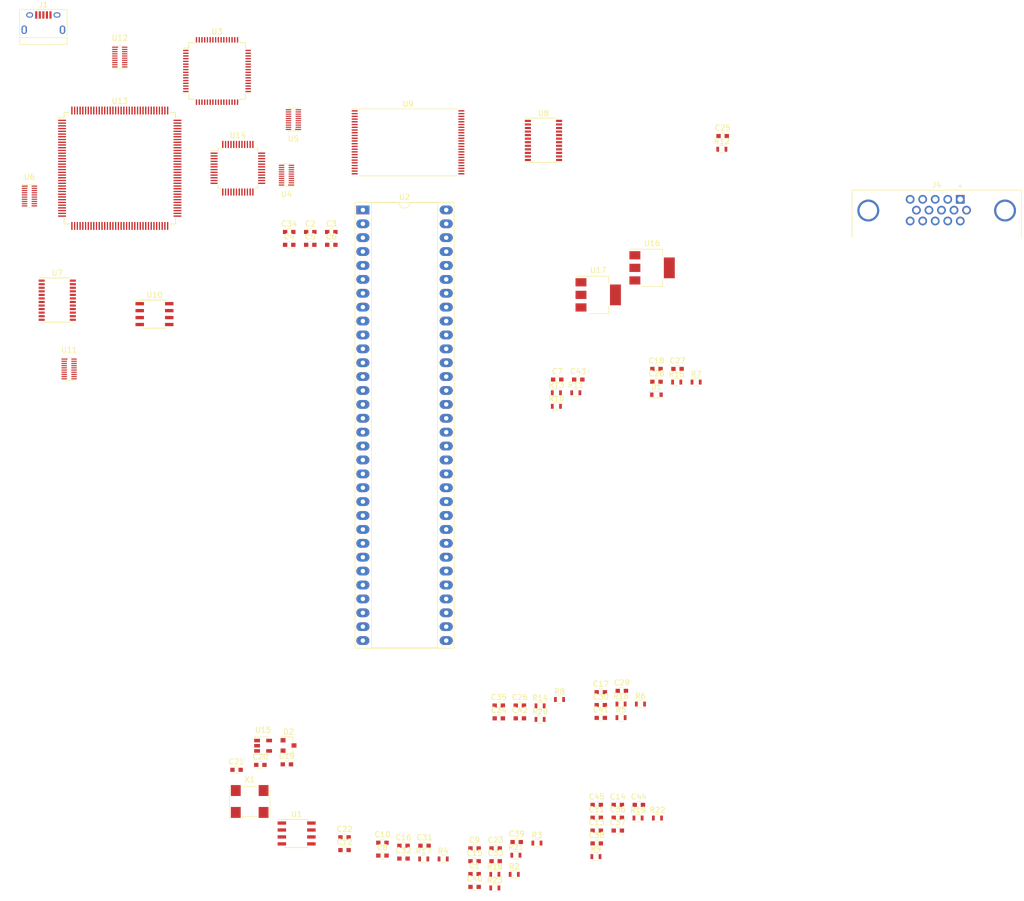
<source format=kicad_pcb>
(kicad_pcb (version 20171130) (host pcbnew "(5.1.2)-1")
  (layers (0 F.Cu signal) (31 B.Cu signal) (34 B.Paste user) (35 F.Paste user) (36 B.SilkS user) (37 F.SilkS user) (38 B.Mask user) (39 F.Mask user) (44 Edge.Cuts user))
  (net 0 "")
  (net 1 GND)
  (net 2 +3V3)
  (net 3 +1V8)
  (net 4 "Net-(C10-Pad1)")
  (net 5 "Net-(C10-Pad2)")
  (net 6 "Net-(C18-Pad1)")
  (net 7 "Net-(C20-Pad1)")
  (net 8 +5V)
  (net 9 +1V2)
  (net 10 "Net-(D1-Pad1)")
  (net 11 "Net-(J1-Pad4)")
  (net 12 "Net-(J1-Pad3)")
  (net 13 "Net-(J1-Pad2)")
  (net 14 "Net-(J4-Pad15)")
  (net 15 VSYNC)
  (net 16 HSYNC)
  (net 17 "Net-(J4-Pad12)")
  (net 18 "Net-(J4-Pad11)")
  (net 19 "Net-(J4-Pad8)")
  (net 20 "Net-(J4-Pad7)")
  (net 21 "Net-(J4-Pad6)")
  (net 22 "Net-(J4-Pad4)")
  (net 23 "Net-(J4-Pad3)")
  (net 24 "Net-(J4-Pad2)")
  (net 25 "Net-(J4-Pad1)")
  (net 26 "Net-(R2-Pad1)")
  (net 27 "Net-(R3-Pad1)")
  (net 28 "Net-(R4-Pad1)")
  (net 29 "Net-(R5-Pad1)")
  (net 30 "Net-(R6-Pad1)")
  (net 31 "Net-(R7-Pad1)")
  (net 32 "Net-(R8-Pad1)")
  (net 33 "Net-(R10-Pad1)")
  (net 34 nHOLD)
  (net 35 nWP)
  (net 36 "Net-(J2-Pad5)")
  (net 37 "Net-(J2-Pad1)")
  (net 38 CRESET_Bn)
  (net 39 "Net-(R20-Pad1)")
  (net 40 "Net-(R21-Pad2)")
  (net 41 clk12)
  (net 42 "Net-(R22-Pad1)")
  (net 43 CLK68000)
  (net 44 "Net-(U1-Pad7)")
  (net 45 /D5)
  (net 46 /A4)
  (net 47 /D6)
  (net 48 /A3)
  (net 49 /D7)
  (net 50 /A2)
  (net 51 /D8)
  (net 52 /A1)
  (net 53 /D9)
  (net 54 FC0)
  (net 55 /D10)
  (net 56 FC1)
  (net 57 /D11)
  (net 58 FC2)
  (net 59 /D12)
  (net 60 IPL0n)
  (net 61 /D13)
  (net 62 IPL1n)
  (net 63 /D14)
  (net 64 IPL2n)
  (net 65 /D15)
  (net 66 VPAn)
  (net 67 /A23)
  (net 68 E)
  (net 69 /A22)
  (net 70 VMAn)
  (net 71 /A21)
  (net 72 RESETn)
  (net 73 HALTn)
  (net 74 /A20)
  (net 75 /A19)
  (net 76 /A18)
  (net 77 /A17)
  (net 78 BRn)
  (net 79 /A16)
  (net 80 BGACKn)
  (net 81 /A15)
  (net 82 BGn)
  (net 83 /A14)
  (net 84 DTACKn)
  (net 85 /A13)
  (net 86 R_Wn)
  (net 87 /A12)
  (net 88 LDSn)
  (net 89 /A11)
  (net 90 UDSn)
  (net 91 /A10)
  (net 92 ASn)
  (net 93 /A9)
  (net 94 /D0)
  (net 95 /A8)
  (net 96 /D1)
  (net 97 /A7)
  (net 98 /D2)
  (net 99 /A6)
  (net 100 /D3)
  (net 101 /A5)
  (net 102 /D4)
  (net 103 "Net-(U3-Pad60)")
  (net 104 "Net-(U3-Pad59)")
  (net 105 "Net-(U3-Pad58)")
  (net 106 "Net-(U3-Pad57)")
  (net 107 "Net-(U3-Pad55)")
  (net 108 "Net-(U3-Pad54)")
  (net 109 "Net-(U3-Pad53)")
  (net 110 "Net-(U3-Pad52)")
  (net 111 "Net-(U3-Pad48)")
  (net 112 "Net-(U3-Pad46)")
  (net 113 "Net-(U3-Pad45)")
  (net 114 "Net-(U3-Pad44)")
  (net 115 "Net-(U3-Pad43)")
  (net 116 "Net-(U3-Pad41)")
  (net 117 "Net-(U3-Pad40)")
  (net 118 TX)
  (net 119 RX)
  (net 120 "Net-(U3-Pad36)")
  (net 121 "Net-(U3-Pad34)")
  (net 122 "Net-(U3-Pad33)")
  (net 123 "Net-(U3-Pad32)")
  (net 124 "Net-(U3-Pad30)")
  (net 125 "Net-(U3-Pad29)")
  (net 126 "Net-(U3-Pad28)")
  (net 127 "Net-(U3-Pad27)")
  (net 128 "Net-(U3-Pad26)")
  (net 129 CDONE)
  (net 130 "Net-(U3-Pad22)")
  (net 131 "Net-(U3-Pad19)")
  (net 132 "Net-(U10-Pad2)")
  (net 133 "Net-(U10-Pad5)")
  (net 134 "Net-(U3-Pad3)")
  (net 135 /a1)
  (net 136 /a2)
  (net 137 /a3)
  (net 138 /a4)
  (net 139 ADDR_OE)
  (net 140 /a5)
  (net 141 /a6)
  (net 142 /a7)
  (net 143 /a8)
  (net 144 /a16)
  (net 145 /a15)
  (net 146 /a14)
  (net 147 /a13)
  (net 148 /a12)
  (net 149 /a11)
  (net 150 /a10)
  (net 151 /a9)
  (net 152 "Net-(U6-Pad12)")
  (net 153 "Net-(U6-Pad10)")
  (net 154 /a23)
  (net 155 /a22)
  (net 156 /a21)
  (net 157 /a20)
  (net 158 /a19)
  (net 159 /a18)
  (net 160 /a17)
  (net 161 DIR)
  (net 162 /d0)
  (net 163 /d1)
  (net 164 /d2)
  (net 165 /d3)
  (net 166 /d4)
  (net 167 /d5)
  (net 168 /d6)
  (net 169 /d7)
  (net 170 DATA_OEn)
  (net 171 /d15)
  (net 172 /d14)
  (net 173 /d13)
  (net 174 /d12)
  (net 175 /d11)
  (net 176 /d10)
  (net 177 /d9)
  (net 178 /d8)
  (net 179 "Net-(U9-Pad47)")
  (net 180 "Net-(U13-Pad22)")
  (net 181 "Net-(U11-Pad3)")
  (net 182 "Net-(U11-Pad2)")
  (net 183 "Net-(U9-Pad13)")
  (net 184 "Net-(U11-Pad1)")
  (net 185 "Net-(U9-Pad10)")
  (net 186 "Net-(U11-Pad10)")
  (net 187 "Net-(U11-Pad9)")
  (net 188 "Net-(U11-Pad8)")
  (net 189 "Net-(U11-Pad7)")
  (net 190 "Net-(U11-Pad4)")
  (net 191 "Net-(U12-Pad1)")
  (net 192 "Net-(U12-Pad2)")
  (net 193 "Net-(U12-Pad3)")
  (net 194 "Net-(U12-Pad7)")
  (net 195 PS2_DATA)
  (net 196 PS2_CLK)
  (net 197 "Net-(U13-Pad133)")
  (net 198 "Net-(U13-Pad109)")
  (net 199 "Net-(U13-Pad104)")
  (net 200 "Net-(U13-Pad102)")
  (net 201 /b7)
  (net 202 /b6)
  (net 203 /b5)
  (net 204 /b4)
  (net 205 /b3)
  (net 206 /b2)
  (net 207 /b1)
  (net 208 /b0)
  (net 209 /g7)
  (net 210 /g6)
  (net 211 /g5)
  (net 212 /g4)
  (net 213 /g3)
  (net 214 /g2)
  (net 215 /g1)
  (net 216 /g0)
  (net 217 /r7)
  (net 218 /r6)
  (net 219 /r5)
  (net 220 /r4)
  (net 221 "Net-(U13-Pad77)")
  (net 222 /r3)
  (net 223 /r2)
  (net 224 /r1)
  (net 225 /r0)
  (net 226 "Net-(U13-Pad58)")
  (net 227 "Net-(J3-Pad7)")
  (net 228 "Net-(U13-Pad51)")
  (net 229 "Net-(U13-Pad50)")
  (net 230 "Net-(J3-Pad5)")
  (net 231 "Net-(J3-Pad2)")
  (net 232 "Net-(J3-Pad1)")
  (net 233 "Net-(U13-Pad45)")
  (net 234 "Net-(U13-Pad36)")
  (net 235 "Net-(U13-Pad35)")
  (net 236 "Net-(U13-Pad25)")
  (net 237 "Net-(U13-Pad24)")
  (net 238 "Net-(U11-Pad13)")
  (net 239 "Net-(U11-Pad12)")
  (net 240 "Net-(U12-Pad4)")
  (module Capacitors_SMD:C_0603 (layer F.Cu) (at 135.995001 190.005001)
    (fp_text reference C1 (at 0 -1.5) (layer F.SilkS))
    (fp_text value 0.1uF)
    (pad 2 smd rect (at 0.75 0) (size 0.8 0.75) (layers F.Cu F.Paste F.Mask) (net 1 GND))
    (pad 1 smd rect (at -0.75 0) (size 0.8 0.75) (layers F.Cu F.Paste F.Mask) (net 2 +3V3))
  )
  (module Capacitors_SMD:C_0603 (layer F.Cu) (at 105.950001 72.615001)
    (fp_text reference C2 (at 0 -1.5) (layer F.SilkS))
    (fp_text value 0.1uF)
    (pad 1 smd rect (at -0.75 0) (size 0.8 0.75) (layers F.Cu F.Paste F.Mask) (net 2 +3V3))
    (pad 2 smd rect (at 0.75 0) (size 0.8 0.75) (layers F.Cu F.Paste F.Mask) (net 1 GND))
  )
  (module Capacitors_SMD:C_0603 (layer F.Cu) (at 109.800001 72.615001)
    (fp_text reference C3 (at 0 -1.5) (layer F.SilkS))
    (fp_text value 10uF)
    (pad 1 smd rect (at -0.75 0) (size 0.8 0.75) (layers F.Cu F.Paste F.Mask) (net 3 +1V8))
    (pad 2 smd rect (at 0.75 0) (size 0.8 0.75) (layers F.Cu F.Paste F.Mask) (net 1 GND))
  )
  (module Capacitors_SMD:C_0603 (layer F.Cu) (at 102.100001 74.965001)
    (fp_text reference C4 (at 0 -1.5) (layer F.SilkS))
    (fp_text value 0.1uF)
    (pad 2 smd rect (at 0.75 0) (size 0.8 0.75) (layers F.Cu F.Paste F.Mask) (net 1 GND))
    (pad 1 smd rect (at -0.75 0) (size 0.8 0.75) (layers F.Cu F.Paste F.Mask) (net 3 +1V8))
  )
  (module Capacitors_SMD:C_0603 (layer F.Cu) (at 105.950001 74.965001)
    (fp_text reference C5 (at 0 -1.5) (layer F.SilkS))
    (fp_text value 4.7uF)
    (pad 2 smd rect (at 0.75 0) (size 0.8 0.75) (layers F.Cu F.Paste F.Mask) (net 1 GND))
    (pad 1 smd rect (at -0.75 0) (size 0.8 0.75) (layers F.Cu F.Paste F.Mask) (net 2 +3V3))
  )
  (module Capacitors_SMD:C_0603 (layer F.Cu) (at 109.800001 74.965001)
    (fp_text reference C6 (at 0 -1.5) (layer F.SilkS))
    (fp_text value 0.1uF)
    (pad 1 smd rect (at -0.75 0) (size 0.8 0.75) (layers F.Cu F.Paste F.Mask) (net 2 +3V3))
    (pad 2 smd rect (at 0.75 0) (size 0.8 0.75) (layers F.Cu F.Paste F.Mask) (net 1 GND))
  )
  (module Capacitors_SMD:C_0603 (layer F.Cu) (at 151.100001 99.600001)
    (fp_text reference C7 (at 0 -1.5) (layer F.SilkS))
    (fp_text value 0.1uF)
    (pad 1 smd rect (at -0.75 0) (size 0.8 0.75) (layers F.Cu F.Paste F.Mask) (net 2 +3V3))
    (pad 2 smd rect (at 0.75 0) (size 0.8 0.75) (layers F.Cu F.Paste F.Mask) (net 1 GND))
  )
  (module Capacitors_SMD:C_0603 (layer F.Cu) (at 119.145001 186.630001)
    (fp_text reference C8 (at 0 -1.5) (layer F.SilkS))
    (fp_text value 4.7uF)
    (pad 2 smd rect (at 0.75 0) (size 0.8 0.75) (layers F.Cu F.Paste F.Mask) (net 1 GND))
    (pad 1 smd rect (at -0.75 0) (size 0.8 0.75) (layers F.Cu F.Paste F.Mask) (net 2 +3V3))
  )
  (module Capacitors_SMD:C_0603 (layer F.Cu) (at 135.995001 185.305001)
    (fp_text reference C9 (at 0 -1.5) (layer F.SilkS))
    (fp_text value 10uF)
    (pad 1 smd rect (at -0.75 0) (size 0.8 0.75) (layers F.Cu F.Paste F.Mask) (net 4 "Net-(C10-Pad1)"))
    (pad 2 smd rect (at 0.75 0) (size 0.8 0.75) (layers F.Cu F.Paste F.Mask) (net 5 "Net-(C10-Pad2)"))
  )
  (module Capacitors_SMD:C_0603 (layer F.Cu) (at 119.145001 184.280001)
    (fp_text reference C10 (at 0 -1.5) (layer F.SilkS))
    (fp_text value 0.1uF)
    (pad 2 smd rect (at 0.75 0) (size 0.8 0.75) (layers F.Cu F.Paste F.Mask) (net 5 "Net-(C10-Pad2)"))
    (pad 1 smd rect (at -0.75 0) (size 0.8 0.75) (layers F.Cu F.Paste F.Mask) (net 4 "Net-(C10-Pad1)"))
  )
  (module Capacitors_SMD:C_0603 (layer F.Cu) (at 158.330001 179.705001)
    (fp_text reference C11 (at 0 -1.5) (layer F.SilkS))
    (fp_text value 0.1uF)
    (pad 1 smd rect (at -0.75 0) (size 0.8 0.75) (layers F.Cu F.Paste F.Mask) (net 2 +3V3))
    (pad 2 smd rect (at 0.75 0) (size 0.8 0.75) (layers F.Cu F.Paste F.Mask) (net 1 GND))
  )
  (module Capacitors_SMD:C_0603 (layer F.Cu) (at 112.220001 185.630001)
    (fp_text reference C12 (at 0 -1.5) (layer F.SilkS))
    (fp_text value 0.1uF)
    (pad 1 smd rect (at -0.75 0) (size 0.8 0.75) (layers F.Cu F.Paste F.Mask) (net 2 +3V3))
    (pad 2 smd rect (at 0.75 0) (size 0.8 0.75) (layers F.Cu F.Paste F.Mask) (net 1 GND))
  )
  (module Capacitors_SMD:C_0603 (layer F.Cu) (at 158.330001 182.055001)
    (fp_text reference C13 (at 0 -1.5) (layer F.SilkS))
    (fp_text value 0.1uF)
    (pad 2 smd rect (at 0.75 0) (size 0.8 0.75) (layers F.Cu F.Paste F.Mask) (net 1 GND))
    (pad 1 smd rect (at -0.75 0) (size 0.8 0.75) (layers F.Cu F.Paste F.Mask) (net 2 +3V3))
  )
  (module Capacitors_SMD:C_0603 (layer F.Cu) (at 162.180001 177.355001)
    (fp_text reference C14 (at 0 -1.5) (layer F.SilkS))
    (fp_text value 0.1uF)
    (pad 2 smd rect (at 0.75 0) (size 0.8 0.75) (layers F.Cu F.Paste F.Mask) (net 1 GND))
    (pad 1 smd rect (at -0.75 0) (size 0.8 0.75) (layers F.Cu F.Paste F.Mask) (net 2 +3V3))
  )
  (module Capacitors_SMD:C_0603 (layer F.Cu) (at 135.995001 187.655001)
    (fp_text reference C15 (at 0 -1.5) (layer F.SilkS))
    (fp_text value 0.1uF)
    (pad 2 smd rect (at 0.75 0) (size 0.8 0.75) (layers F.Cu F.Paste F.Mask) (net 1 GND))
    (pad 1 smd rect (at -0.75 0) (size 0.8 0.75) (layers F.Cu F.Paste F.Mask) (net 2 +3V3))
  )
  (module Capacitors_SMD:C_0603 (layer F.Cu) (at 122.995001 184.830001)
    (fp_text reference C16 (at 0 -1.5) (layer F.SilkS))
    (fp_text value 0.1uF)
    (pad 1 smd rect (at -0.75 0) (size 0.8 0.75) (layers F.Cu F.Paste F.Mask) (net 2 +3V3))
    (pad 2 smd rect (at 0.75 0) (size 0.8 0.75) (layers F.Cu F.Paste F.Mask) (net 1 GND))
  )
  (module Capacitors_SMD:C_0603 (layer F.Cu) (at 159.070001 156.755001)
    (fp_text reference C17 (at 0 -1.5) (layer F.SilkS))
    (fp_text value 0.1uF)
    (pad 1 smd rect (at -0.75 0) (size 0.8 0.75) (layers F.Cu F.Paste F.Mask) (net 2 +3V3))
    (pad 2 smd rect (at 0.75 0) (size 0.8 0.75) (layers F.Cu F.Paste F.Mask) (net 1 GND))
  )
  (module Capacitors_SMD:C_0603 (layer F.Cu) (at 169.250001 97.650001)
    (fp_text reference C18 (at 0 -1.5) (layer F.SilkS))
    (fp_text value 1uF)
    (pad 1 smd rect (at -0.75 0) (size 0.8 0.75) (layers F.Cu F.Paste F.Mask) (net 6 "Net-(C18-Pad1)"))
    (pad 2 smd rect (at 0.75 0) (size 0.8 0.75) (layers F.Cu F.Paste F.Mask) (net 1 GND))
  )
  (module Capacitors_SMD:C_0603 (layer F.Cu) (at 101.675001 169.950001)
    (fp_text reference C19 (at 0 -1.5) (layer F.SilkS))
    (fp_text value 0.1uF)
    (pad 2 smd rect (at 0.75 0) (size 0.8 0.75) (layers F.Cu F.Paste F.Mask) (net 1 GND))
    (pad 1 smd rect (at -0.75 0) (size 0.8 0.75) (layers F.Cu F.Paste F.Mask) (net 2 +3V3))
  )
  (module Capacitors_SMD:C_0603 (layer F.Cu) (at 96.825001 170.050001)
    (fp_text reference C20 (at 0 -1.5) (layer F.SilkS))
    (fp_text value 0.1uF)
    (pad 2 smd rect (at 0.75 0) (size 0.8 0.75) (layers F.Cu F.Paste F.Mask) (net 2 +3V3))
    (pad 1 smd rect (at -0.75 0) (size 0.8 0.75) (layers F.Cu F.Paste F.Mask) (net 7 "Net-(C20-Pad1)"))
  )
  (module Capacitors_SMD:C_0603 (layer F.Cu) (at 92.475001 170.950001)
    (fp_text reference C21 (at 0 -1.5) (layer F.SilkS))
    (fp_text value 0.1uF)
    (pad 2 smd rect (at 0.75 0) (size 0.8 0.75) (layers F.Cu F.Paste F.Mask) (net 1 GND))
    (pad 1 smd rect (at -0.75 0) (size 0.8 0.75) (layers F.Cu F.Paste F.Mask) (net 2 +3V3))
  )
  (module Capacitors_SMD:C_0603 (layer F.Cu) (at 112.220001 183.280001)
    (fp_text reference C22 (at 0 -1.5) (layer F.SilkS))
    (fp_text value 0.1uF)
    (pad 1 smd rect (at -0.75 0) (size 0.8 0.75) (layers F.Cu F.Paste F.Mask) (net 2 +3V3))
    (pad 2 smd rect (at 0.75 0) (size 0.8 0.75) (layers F.Cu F.Paste F.Mask) (net 1 GND))
  )
  (module Capacitors_SMD:C_0603 (layer F.Cu) (at 139.845001 185.305001)
    (fp_text reference C23 (at 0 -1.5) (layer F.SilkS))
    (fp_text value 0.1uF)
    (pad 2 smd rect (at 0.75 0) (size 0.8 0.75) (layers F.Cu F.Paste F.Mask) (net 1 GND))
    (pad 1 smd rect (at -0.75 0) (size 0.8 0.75) (layers F.Cu F.Paste F.Mask) (net 8 +5V))
  )
  (module Capacitors_SMD:C_0603 (layer F.Cu) (at 140.420001 161.540001)
    (fp_text reference C24 (at 0 -1.5) (layer F.SilkS))
    (fp_text value 10uF)
    (pad 1 smd rect (at -0.75 0) (size 0.8 0.75) (layers F.Cu F.Paste F.Mask) (net 2 +3V3))
    (pad 2 smd rect (at 0.75 0) (size 0.8 0.75) (layers F.Cu F.Paste F.Mask) (net 1 GND))
  )
  (module Capacitors_SMD:C_0603 (layer F.Cu) (at 181.350001 55.075001)
    (fp_text reference C25 (at 0 -1.5) (layer F.SilkS))
    (fp_text value 10uF)
    (pad 1 smd rect (at -0.75 0) (size 0.8 0.75) (layers F.Cu F.Paste F.Mask) (net 9 +1V2))
    (pad 2 smd rect (at 0.75 0) (size 0.8 0.75) (layers F.Cu F.Paste F.Mask) (net 1 GND))
  )
  (module Capacitors_SMD:C_0603 (layer F.Cu) (at 144.270001 159.190001)
    (fp_text reference C26 (at 0 -1.5) (layer F.SilkS))
    (fp_text value 10uF)
    (pad 2 smd rect (at 0.75 0) (size 0.8 0.75) (layers F.Cu F.Paste F.Mask) (net 1 GND))
    (pad 1 smd rect (at -0.75 0) (size 0.8 0.75) (layers F.Cu F.Paste F.Mask) (net 8 +5V))
  )
  (module Capacitors_SMD:C_0603 (layer F.Cu) (at 173.100001 97.650001)
    (fp_text reference C27 (at 0 -1.5) (layer F.SilkS))
    (fp_text value 1uF)
    (pad 2 smd rect (at 0.75 0) (size 0.8 0.75) (layers F.Cu F.Paste F.Mask) (net 1 GND))
    (pad 1 smd rect (at -0.75 0) (size 0.8 0.75) (layers F.Cu F.Paste F.Mask) (net 2 +3V3))
  )
  (module Capacitors_SMD:C_0603 (layer F.Cu) (at 169.250001 100.000001)
    (fp_text reference C28 (at 0 -1.5) (layer F.SilkS))
    (fp_text value 1uF)
    (pad 2 smd rect (at 0.75 0) (size 0.8 0.75) (layers F.Cu F.Paste F.Mask) (net 1 GND))
    (pad 1 smd rect (at -0.75 0) (size 0.8 0.75) (layers F.Cu F.Paste F.Mask) (net 9 +1V2))
  )
  (module Capacitors_SMD:C_0603 (layer F.Cu) (at 162.920001 156.515001)
    (fp_text reference C29 (at 0 -1.5) (layer F.SilkS))
    (fp_text value 1uF)
    (pad 1 smd rect (at -0.75 0) (size 0.8 0.75) (layers F.Cu F.Paste F.Mask) (net 8 +5V))
    (pad 2 smd rect (at 0.75 0) (size 0.8 0.75) (layers F.Cu F.Paste F.Mask) (net 1 GND))
  )
  (module Capacitors_SMD:C_0603 (layer F.Cu) (at 159.070001 159.105001)
    (fp_text reference C30 (at 0 -1.5) (layer F.SilkS))
    (fp_text value 0.1uF)
    (pad 1 smd rect (at -0.75 0) (size 0.8 0.75) (layers F.Cu F.Paste F.Mask) (net 2 +3V3))
    (pad 2 smd rect (at 0.75 0) (size 0.8 0.75) (layers F.Cu F.Paste F.Mask) (net 1 GND))
  )
  (module Capacitors_SMD:C_0603 (layer F.Cu) (at 126.845001 184.830001)
    (fp_text reference C31 (at 0 -1.5) (layer F.SilkS))
    (fp_text value 0.1uF)
    (pad 1 smd rect (at -0.75 0) (size 0.8 0.75) (layers F.Cu F.Paste F.Mask) (net 9 +1V2))
    (pad 2 smd rect (at 0.75 0) (size 0.8 0.75) (layers F.Cu F.Paste F.Mask) (net 1 GND))
  )
  (module Capacitors_SMD:C_0603 (layer F.Cu) (at 122.995001 187.180001)
    (fp_text reference C32 (at 0 -1.5) (layer F.SilkS))
    (fp_text value 0.1uF)
    (pad 1 smd rect (at -0.75 0) (size 0.8 0.75) (layers F.Cu F.Paste F.Mask) (net 8 +5V))
    (pad 2 smd rect (at 0.75 0) (size 0.8 0.75) (layers F.Cu F.Paste F.Mask) (net 1 GND))
  )
  (module Capacitors_SMD:C_0603 (layer F.Cu) (at 139.845001 187.655001)
    (fp_text reference C33 (at 0 -1.5) (layer F.SilkS))
    (fp_text value 0.1uF)
    (pad 1 smd rect (at -0.75 0) (size 0.8 0.75) (layers F.Cu F.Paste F.Mask) (net 2 +3V3))
    (pad 2 smd rect (at 0.75 0) (size 0.8 0.75) (layers F.Cu F.Paste F.Mask) (net 1 GND))
  )
  (module Capacitors_SMD:C_0603 (layer F.Cu) (at 102.100001 72.615001)
    (fp_text reference C34 (at 0 -1.5) (layer F.SilkS))
    (fp_text value 0.1uF)
    (pad 2 smd rect (at 0.75 0) (size 0.8 0.75) (layers F.Cu F.Paste F.Mask) (net 1 GND))
    (pad 1 smd rect (at -0.75 0) (size 0.8 0.75) (layers F.Cu F.Paste F.Mask) (net 9 +1V2))
  )
  (module Capacitors_SMD:C_0603 (layer F.Cu) (at 140.420001 159.190001)
    (fp_text reference C35 (at 0 -1.5) (layer F.SilkS))
    (fp_text value 0.1uF)
    (pad 2 smd rect (at 0.75 0) (size 0.8 0.75) (layers F.Cu F.Paste F.Mask) (net 1 GND))
    (pad 1 smd rect (at -0.75 0) (size 0.8 0.75) (layers F.Cu F.Paste F.Mask) (net 8 +5V))
  )
  (module Capacitors_SMD:C_0603 (layer F.Cu) (at 162.180001 179.705001)
    (fp_text reference C36 (at 0 -1.5) (layer F.SilkS))
    (fp_text value 10uF)
    (pad 2 smd rect (at 0.75 0) (size 0.8 0.75) (layers F.Cu F.Paste F.Mask) (net 1 GND))
    (pad 1 smd rect (at -0.75 0) (size 0.8 0.75) (layers F.Cu F.Paste F.Mask) (net 2 +3V3))
  )
  (module Capacitors_SMD:C_0603 (layer F.Cu) (at 162.180001 182.055001)
    (fp_text reference C37 (at 0 -1.5) (layer F.SilkS))
    (fp_text value 0.1uF)
    (pad 2 smd rect (at 0.75 0) (size 0.8 0.75) (layers F.Cu F.Paste F.Mask) (net 1 GND))
    (pad 1 smd rect (at -0.75 0) (size 0.8 0.75) (layers F.Cu F.Paste F.Mask) (net 2 +3V3))
  )
  (module Capacitors_SMD:C_0603 (layer F.Cu) (at 158.330001 184.405001)
    (fp_text reference C38 (at 0 -1.5) (layer F.SilkS))
    (fp_text value 0.1uF)
    (pad 1 smd rect (at -0.75 0) (size 0.8 0.75) (layers F.Cu F.Paste F.Mask) (net 9 +1V2))
    (pad 2 smd rect (at 0.75 0) (size 0.8 0.75) (layers F.Cu F.Paste F.Mask) (net 1 GND))
  )
  (module Capacitors_SMD:C_0603 (layer F.Cu) (at 143.695001 184.155001)
    (fp_text reference C39 (at 0 -1.5) (layer F.SilkS))
    (fp_text value 0.1uF)
    (pad 1 smd rect (at -0.75 0) (size 0.8 0.75) (layers F.Cu F.Paste F.Mask) (net 8 +5V))
    (pad 2 smd rect (at 0.75 0) (size 0.8 0.75) (layers F.Cu F.Paste F.Mask) (net 1 GND))
  )
  (module Capacitors_SMD:C_0603 (layer F.Cu) (at 135.995001 192.355001)
    (fp_text reference C40 (at 0 -1.5) (layer F.SilkS))
    (fp_text value 0.01uF)
    (pad 2 smd rect (at 0.75 0) (size 0.8 0.75) (layers F.Cu F.Paste F.Mask) (net 1 GND))
    (pad 1 smd rect (at -0.75 0) (size 0.8 0.75) (layers F.Cu F.Paste F.Mask) (net 2 +3V3))
  )
  (module Capacitors_SMD:C_0603 (layer F.Cu) (at 159.070001 161.455001)
    (fp_text reference C41 (at 0 -1.5) (layer F.SilkS))
    (fp_text value 0.1uF)
    (pad 2 smd rect (at 0.75 0) (size 0.8 0.75) (layers F.Cu F.Paste F.Mask) (net 1 GND))
    (pad 1 smd rect (at -0.75 0) (size 0.8 0.75) (layers F.Cu F.Paste F.Mask) (net 9 +1V2))
  )
  (module Capacitors_SMD:C_0603 (layer F.Cu) (at 144.270001 161.540001)
    (fp_text reference C42 (at 0 -1.5) (layer F.SilkS))
    (fp_text value 0.01uF)
    (pad 1 smd rect (at -0.75 0) (size 0.8 0.75) (layers F.Cu F.Paste F.Mask) (net 8 +5V))
    (pad 2 smd rect (at 0.75 0) (size 0.8 0.75) (layers F.Cu F.Paste F.Mask) (net 1 GND))
  )
  (module Capacitors_SMD:C_0603 (layer F.Cu) (at 154.950001 99.600001)
    (fp_text reference C43 (at 0 -1.5) (layer F.SilkS))
    (fp_text value 0.01uF)
    (pad 2 smd rect (at 0.75 0) (size 0.8 0.75) (layers F.Cu F.Paste F.Mask) (net 1 GND))
    (pad 1 smd rect (at -0.75 0) (size 0.8 0.75) (layers F.Cu F.Paste F.Mask) (net 9 +1V2))
  )
  (module Capacitors_SMD:C_0603 (layer F.Cu) (at 166.030001 177.355001)
    (fp_text reference C44 (at 0 -1.5) (layer F.SilkS))
    (fp_text value 0.1uF)
    (pad 1 smd rect (at -0.75 0) (size 0.8 0.75) (layers F.Cu F.Paste F.Mask) (net 2 +3V3))
    (pad 2 smd rect (at 0.75 0) (size 0.8 0.75) (layers F.Cu F.Paste F.Mask) (net 1 GND))
  )
  (module Capacitors_SMD:C_0603 (layer F.Cu) (at 158.330001 177.355001)
    (fp_text reference C45 (at 0 -1.5) (layer F.SilkS))
    (fp_text value 10uF)
    (pad 1 smd rect (at -0.75 0) (size 0.8 0.75) (layers F.Cu F.Paste F.Mask) (net 9 +1V2))
    (pad 2 smd rect (at 0.75 0) (size 0.8 0.75) (layers F.Cu F.Paste F.Mask) (net 1 GND))
  )
  (module Diodes_SMD:D_0603 (layer F.Cu) (at 169.250001 102.370001)
    (fp_text reference D1 (at 0 -1.4) (layer F.SilkS))
    (fp_text value D_Schottky)
    (pad 2 smd rect (at 0.85 0) (size 0.6 0.8) (layers F.Cu F.Paste F.Mask) (net 2 +3V3))
    (pad 1 smd rect (at -0.85 0) (size 0.6 0.8) (layers F.Cu F.Paste F.Mask) (net 10 "Net-(D1-Pad1)"))
  )
  (module TO_SOT_Packages_SMD:SOT-23 (layer F.Cu) (at 101.975001 166.500001)
    (fp_text reference D2 (at 0 -2.5) (layer F.SilkS))
    (fp_text value AD1580)
    (pad 3 smd rect (at 1 0) (size 0.9 0.8) (layers F.Cu F.Paste F.Mask))
    (pad 2 smd rect (at -1 0.95) (size 0.9 0.8) (layers F.Cu F.Paste F.Mask) (net 1 GND))
    (pad 1 smd rect (at -1 -0.95) (size 0.9 0.8) (layers F.Cu F.Paste F.Mask) (net 6 "Net-(C18-Pad1)"))
  )
  (module Connectors:USB_Micro-B (layer F.Cu) (at 57.15 34.29)
    (fp_text reference J1 (at 0 -3.24) (layer F.SilkS))
    (fp_text value USB_B_Micro)
    (pad 6 thru_hole oval (at 3.5 1.35 90) (size 1.55 1) (drill oval 1.15 0.5) (layers *.Cu *.Mask) (net 1 GND))
    (pad 6 thru_hole oval (at -3.5 1.35 90) (size 1.55 1) (drill oval 1.15 0.5) (layers *.Cu *.Mask) (net 1 GND))
    (pad 6 thru_hole oval (at 2.5 -1.35 90) (size 0.95 1.25) (drill oval 0.55 0.85) (layers *.Cu *.Mask) (net 1 GND))
    (pad 6 thru_hole oval (at -2.5 -1.35 90) (size 0.95 1.25) (drill oval 0.55 0.85) (layers *.Cu *.Mask) (net 1 GND))
    (pad 5 smd rect (at 1.3 -1.35 90) (size 1.35 0.4) (layers F.Cu F.Paste F.Mask) (net 1 GND))
    (pad 4 smd rect (at 0.65 -1.35 90) (size 1.35 0.4) (layers F.Cu F.Paste F.Mask) (net 11 "Net-(J1-Pad4)"))
    (pad 3 smd rect (at 0 -1.35 90) (size 1.35 0.4) (layers F.Cu F.Paste F.Mask) (net 12 "Net-(J1-Pad3)"))
    (pad 2 smd rect (at -0.65 -1.35 90) (size 1.35 0.4) (layers F.Cu F.Paste F.Mask) (net 13 "Net-(J1-Pad2)"))
    (pad 1 smd rect (at -1.3 -1.35 90) (size 1.35 0.4) (layers F.Cu F.Paste F.Mask) (net 8 +5V))
  )
  (module Connectors_DSub:DSUB-15-HD_Female_Horizontal_Pitch2.29x1.98mm_EdgePinOffset3.03mm_Housed_MountingHolesOffset4.94mm (layer F.Cu) (at 224.795 66.645)
    (fp_text reference J4 (at -4.315 -2.61) (layer F.SilkS))
    (fp_text value DB15_Male_HighDensity)
    (pad 0 thru_hole circle (at 8.185 2.05) (size 4 4) (drill 3.2) (layers *.Cu *.Mask))
    (pad 0 thru_hole circle (at -16.815 2.05) (size 4 4) (drill 3.2) (layers *.Cu *.Mask))
    (pad 15 thru_hole circle (at -9.16 3.96) (size 1.6 1.6) (drill 1) (layers *.Cu *.Mask) (net 14 "Net-(J4-Pad15)"))
    (pad 14 thru_hole circle (at -6.87 3.96) (size 1.6 1.6) (drill 1) (layers *.Cu *.Mask) (net 15 VSYNC))
    (pad 13 thru_hole circle (at -4.58 3.96) (size 1.6 1.6) (drill 1) (layers *.Cu *.Mask) (net 16 HSYNC))
    (pad 12 thru_hole circle (at -2.29 3.96) (size 1.6 1.6) (drill 1) (layers *.Cu *.Mask) (net 17 "Net-(J4-Pad12)"))
    (pad 11 thru_hole circle (at 0 3.96) (size 1.6 1.6) (drill 1) (layers *.Cu *.Mask) (net 18 "Net-(J4-Pad11)"))
    (pad 10 thru_hole circle (at -8.015 1.98) (size 1.6 1.6) (drill 1) (layers *.Cu *.Mask) (net 1 GND))
    (pad 9 thru_hole circle (at -5.725 1.98) (size 1.6 1.6) (drill 1) (layers *.Cu *.Mask) (net 8 +5V))
    (pad 8 thru_hole circle (at -3.435 1.98) (size 1.6 1.6) (drill 1) (layers *.Cu *.Mask) (net 19 "Net-(J4-Pad8)"))
    (pad 7 thru_hole circle (at -1.145 1.98) (size 1.6 1.6) (drill 1) (layers *.Cu *.Mask) (net 20 "Net-(J4-Pad7)"))
    (pad 6 thru_hole circle (at 1.145 1.98) (size 1.6 1.6) (drill 1) (layers *.Cu *.Mask) (net 21 "Net-(J4-Pad6)"))
    (pad 5 thru_hole circle (at -9.16 0) (size 1.6 1.6) (drill 1) (layers *.Cu *.Mask) (net 1 GND))
    (pad 4 thru_hole circle (at -6.87 0) (size 1.6 1.6) (drill 1) (layers *.Cu *.Mask) (net 22 "Net-(J4-Pad4)"))
    (pad 3 thru_hole circle (at -4.58 0) (size 1.6 1.6) (drill 1) (layers *.Cu *.Mask) (net 23 "Net-(J4-Pad3)"))
    (pad 2 thru_hole circle (at -2.29 0) (size 1.6 1.6) (drill 1) (layers *.Cu *.Mask) (net 24 "Net-(J4-Pad2)"))
    (pad 1 thru_hole rect (at 0 0) (size 1.6 1.6) (drill 1) (layers *.Cu *.Mask) (net 25 "Net-(J4-Pad1)"))
  )
  (module Resistors_SMD:R_0603 (layer F.Cu) (at 143.245001 190.070001)
    (fp_text reference R2 (at 0 -1.45) (layer F.SilkS))
    (fp_text value 10k)
    (pad 2 smd rect (at 0.75 0) (size 0.5 0.9) (layers F.Cu F.Paste F.Mask) (net 2 +3V3))
    (pad 1 smd rect (at -0.75 0) (size 0.5 0.9) (layers F.Cu F.Paste F.Mask) (net 26 "Net-(R2-Pad1)"))
  )
  (module Resistors_SMD:R_0603 (layer F.Cu) (at 147.395001 184.350001)
    (fp_text reference R3 (at 0 -1.45) (layer F.SilkS))
    (fp_text value 10k)
    (pad 2 smd rect (at 0.75 0) (size 0.5 0.9) (layers F.Cu F.Paste F.Mask) (net 2 +3V3))
    (pad 1 smd rect (at -0.75 0) (size 0.5 0.9) (layers F.Cu F.Paste F.Mask) (net 27 "Net-(R3-Pad1)"))
  )
  (module Resistors_SMD:R_0603 (layer F.Cu) (at 130.245001 187.245001)
    (fp_text reference R4 (at 0 -1.45) (layer F.SilkS))
    (fp_text value 10k)
    (pad 2 smd rect (at 0.75 0) (size 0.5 0.9) (layers F.Cu F.Paste F.Mask) (net 2 +3V3))
    (pad 1 smd rect (at -0.75 0) (size 0.5 0.9) (layers F.Cu F.Paste F.Mask) (net 28 "Net-(R4-Pad1)"))
  )
  (module Resistors_SMD:R_0603 (layer F.Cu) (at 162.770001 161.410001)
    (fp_text reference R5 (at 0 -1.45) (layer F.SilkS))
    (fp_text value 2.2k)
    (pad 1 smd rect (at -0.75 0) (size 0.5 0.9) (layers F.Cu F.Paste F.Mask) (net 29 "Net-(R5-Pad1)"))
    (pad 2 smd rect (at 0.75 0) (size 0.5 0.9) (layers F.Cu F.Paste F.Mask) (net 1 GND))
  )
  (module Resistors_SMD:R_0603 (layer F.Cu) (at 166.320001 158.930001)
    (fp_text reference R6 (at 0 -1.45) (layer F.SilkS))
    (fp_text value 2.2k)
    (pad 1 smd rect (at -0.75 0) (size 0.5 0.9) (layers F.Cu F.Paste F.Mask) (net 30 "Net-(R6-Pad1)"))
    (pad 2 smd rect (at 0.75 0) (size 0.5 0.9) (layers F.Cu F.Paste F.Mask) (net 2 +3V3))
  )
  (module Resistors_SMD:R_0603 (layer F.Cu) (at 176.500001 100.065001)
    (fp_text reference R7 (at 0 -1.45) (layer F.SilkS))
    (fp_text value 2.2k)
    (pad 1 smd rect (at -0.75 0) (size 0.5 0.9) (layers F.Cu F.Paste F.Mask) (net 31 "Net-(R7-Pad1)"))
    (pad 2 smd rect (at 0.75 0) (size 0.5 0.9) (layers F.Cu F.Paste F.Mask) (net 28 "Net-(R4-Pad1)"))
  )
  (module Resistors_SMD:R_0603 (layer F.Cu) (at 151.520001 158.095001)
    (fp_text reference R8 (at 0 -1.45) (layer F.SilkS))
    (fp_text value 10k)
    (pad 1 smd rect (at -0.75 0) (size 0.5 0.9) (layers F.Cu F.Paste F.Mask) (net 32 "Net-(R8-Pad1)"))
    (pad 2 smd rect (at 0.75 0) (size 0.5 0.9) (layers F.Cu F.Paste F.Mask) (net 2 +3V3))
  )
  (module Resistors_SMD:R_0603 (layer F.Cu) (at 158.180001 186.820001)
    (fp_text reference R9 (at 0 -1.45) (layer F.SilkS))
    (fp_text value 100)
    (pad 1 smd rect (at -0.75 0) (size 0.5 0.9) (layers F.Cu F.Paste F.Mask) (net 4 "Net-(C10-Pad1)"))
    (pad 2 smd rect (at 0.75 0) (size 0.5 0.9) (layers F.Cu F.Paste F.Mask) (net 9 +1V2))
  )
  (module Resistors_SMD:R_0603 (layer F.Cu) (at 150.950001 104.495001)
    (fp_text reference R10 (at 0 -1.45) (layer F.SilkS))
    (fp_text value 10k)
    (pad 2 smd rect (at 0.75 0) (size 0.5 0.9) (layers F.Cu F.Paste F.Mask) (net 2 +3V3))
    (pad 1 smd rect (at -0.75 0) (size 0.5 0.9) (layers F.Cu F.Paste F.Mask) (net 33 "Net-(R10-Pad1)"))
  )
  (module Resistors_SMD:R_0603 (layer F.Cu) (at 154.500001 102.015001)
    (fp_text reference R11 (at 0 -1.45) (layer F.SilkS))
    (fp_text value 10k)
    (pad 1 smd rect (at -0.75 0) (size 0.5 0.9) (layers F.Cu F.Paste F.Mask) (net 34 nHOLD))
    (pad 2 smd rect (at 0.75 0) (size 0.5 0.9) (layers F.Cu F.Paste F.Mask) (net 2 +3V3))
  )
  (module Resistors_SMD:R_0603 (layer F.Cu) (at 181.200001 57.490001)
    (fp_text reference R12 (at 0 -1.45) (layer F.SilkS))
    (fp_text value 10k)
    (pad 2 smd rect (at 0.75 0) (size 0.5 0.9) (layers F.Cu F.Paste F.Mask) (net 2 +3V3))
    (pad 1 smd rect (at -0.75 0) (size 0.5 0.9) (layers F.Cu F.Paste F.Mask) (net 35 nWP))
  )
  (module Resistors_SMD:R_0603 (layer F.Cu) (at 150.950001 102.015001)
    (fp_text reference R13 (at 0 -1.45) (layer F.SilkS))
    (fp_text value 10k)
    (pad 2 smd rect (at 0.75 0) (size 0.5 0.9) (layers F.Cu F.Paste F.Mask) (net 36 "Net-(J2-Pad5)"))
    (pad 1 smd rect (at -0.75 0) (size 0.5 0.9) (layers F.Cu F.Paste F.Mask) (net 8 +5V))
  )
  (module Resistors_SMD:R_0603 (layer F.Cu) (at 147.970001 159.255001)
    (fp_text reference R14 (at 0 -1.45) (layer F.SilkS))
    (fp_text value 10k)
    (pad 1 smd rect (at -0.75 0) (size 0.5 0.9) (layers F.Cu F.Paste F.Mask) (net 8 +5V))
    (pad 2 smd rect (at 0.75 0) (size 0.5 0.9) (layers F.Cu F.Paste F.Mask) (net 37 "Net-(J2-Pad1)"))
  )
  (module Resistors_SMD:R_0603 (layer F.Cu) (at 172.950001 100.065001)
    (fp_text reference R15 (at 0 -1.45) (layer F.SilkS))
    (fp_text value 10k)
    (pad 2 smd rect (at 0.75 0) (size 0.5 0.9) (layers F.Cu F.Paste F.Mask) (net 2 +3V3))
    (pad 1 smd rect (at -0.75 0) (size 0.5 0.9) (layers F.Cu F.Paste F.Mask) (net 38 CRESET_Bn))
  )
  (module Resistors_SMD:R_0603 (layer F.Cu) (at 162.770001 158.930001)
    (fp_text reference R16 (at 0 -1.45) (layer F.SilkS))
    (fp_text value 1k)
    (pad 1 smd rect (at -0.75 0) (size 0.5 0.9) (layers F.Cu F.Paste F.Mask) (net 6 "Net-(C18-Pad1)"))
    (pad 2 smd rect (at 0.75 0) (size 0.5 0.9) (layers F.Cu F.Paste F.Mask) (net 2 +3V3))
  )
  (module Resistors_SMD:R_0603 (layer F.Cu) (at 126.695001 187.245001)
    (fp_text reference R17 (at 0 -1.45) (layer F.SilkS))
    (fp_text value 75)
    (pad 2 smd rect (at 0.75 0) (size 0.5 0.9) (layers F.Cu F.Paste F.Mask) (net 1 GND))
    (pad 1 smd rect (at -0.75 0) (size 0.5 0.9) (layers F.Cu F.Paste F.Mask) (net 25 "Net-(J4-Pad1)"))
  )
  (module Resistors_SMD:R_0603 (layer F.Cu) (at 139.695001 190.070001)
    (fp_text reference R18 (at 0 -1.45) (layer F.SilkS))
    (fp_text value 75)
    (pad 1 smd rect (at -0.75 0) (size 0.5 0.9) (layers F.Cu F.Paste F.Mask) (net 24 "Net-(J4-Pad2)"))
    (pad 2 smd rect (at 0.75 0) (size 0.5 0.9) (layers F.Cu F.Paste F.Mask) (net 1 GND))
  )
  (module Resistors_SMD:R_0603 (layer F.Cu) (at 165.880001 179.770001)
    (fp_text reference R19 (at 0 -1.45) (layer F.SilkS))
    (fp_text value 75)
    (pad 1 smd rect (at -0.75 0) (size 0.5 0.9) (layers F.Cu F.Paste F.Mask) (net 23 "Net-(J4-Pad3)"))
    (pad 2 smd rect (at 0.75 0) (size 0.5 0.9) (layers F.Cu F.Paste F.Mask) (net 1 GND))
  )
  (module Resistors_SMD:R_0603 (layer F.Cu) (at 147.970001 161.735001)
    (fp_text reference R20 (at 0 -1.45) (layer F.SilkS))
    (fp_text value 530)
    (pad 2 smd rect (at 0.75 0) (size 0.5 0.9) (layers F.Cu F.Paste F.Mask) (net 1 GND))
    (pad 1 smd rect (at -0.75 0) (size 0.5 0.9) (layers F.Cu F.Paste F.Mask) (net 39 "Net-(R20-Pad1)"))
  )
  (module Resistors_SMD:R_0603 (layer F.Cu) (at 143.545001 186.570001)
    (fp_text reference R21 (at 0 -1.45) (layer F.SilkS))
    (fp_text value 100)
    (pad 2 smd rect (at 0.75 0) (size 0.5 0.9) (layers F.Cu F.Paste F.Mask) (net 40 "Net-(R21-Pad2)"))
    (pad 1 smd rect (at -0.75 0) (size 0.5 0.9) (layers F.Cu F.Paste F.Mask) (net 41 clk12))
  )
  (module Resistors_SMD:R_0603 (layer F.Cu) (at 169.430001 179.770001)
    (fp_text reference R22 (at 0 -1.45) (layer F.SilkS))
    (fp_text value 100)
    (pad 1 smd rect (at -0.75 0) (size 0.5 0.9) (layers F.Cu F.Paste F.Mask) (net 42 "Net-(R22-Pad1)"))
    (pad 2 smd rect (at 0.75 0) (size 0.5 0.9) (layers F.Cu F.Paste F.Mask) (net 43 CLK68000))
  )
  (module Resistors_SMD:R_0603 (layer F.Cu) (at 139.695001 192.550001)
    (fp_text reference R23 (at 0 -1.45) (layer F.SilkS))
    (fp_text value 120)
    (pad 2 smd rect (at 0.75 0) (size 0.5 0.9) (layers F.Cu F.Paste F.Mask) (net 1 GND))
    (pad 1 smd rect (at -0.75 0) (size 0.5 0.9) (layers F.Cu F.Paste F.Mask) (net 9 +1V2))
  )
  (module Housings_SOIC:SOIC-8_3.9x4.9mm_Pitch1.27mm (layer F.Cu) (at 103.455001 182.590001)
    (fp_text reference U1 (at 0 -3.5) (layer F.SilkS))
    (fp_text value 93LC56)
    (pad 8 smd rect (at 2.7 -1.905) (size 1.55 0.6) (layers F.Cu F.Paste F.Mask) (net 2 +3V3))
    (pad 7 smd rect (at 2.7 -0.635) (size 1.55 0.6) (layers F.Cu F.Paste F.Mask) (net 44 "Net-(U1-Pad7)"))
    (pad 6 smd rect (at 2.7 0.635) (size 1.55 0.6) (layers F.Cu F.Paste F.Mask) (net 2 +3V3))
    (pad 5 smd rect (at 2.7 1.905) (size 1.55 0.6) (layers F.Cu F.Paste F.Mask) (net 1 GND))
    (pad 4 smd rect (at -2.7 1.905) (size 1.55 0.6) (layers F.Cu F.Paste F.Mask) (net 28 "Net-(R4-Pad1)"))
    (pad 3 smd rect (at -2.7 0.635) (size 1.55 0.6) (layers F.Cu F.Paste F.Mask) (net 31 "Net-(R7-Pad1)"))
    (pad 2 smd rect (at -2.7 -0.635) (size 1.55 0.6) (layers F.Cu F.Paste F.Mask) (net 27 "Net-(R3-Pad1)"))
    (pad 1 smd rect (at -2.7 -1.905) (size 1.55 0.6) (layers F.Cu F.Paste F.Mask) (net 26 "Net-(R2-Pad1)"))
  )
  (module Housings_DIP:DIP-64_W15.24mm_Socket_LongPads (layer F.Cu) (at 115.57 68.58)
    (fp_text reference U2 (at 7.62 -2.33) (layer F.SilkS))
    (fp_text value 68000D)
    (pad 64 thru_hole oval (at 15.24 0) (size 2.4 1.6) (drill 0.8) (layers *.Cu *.Mask) (net 45 /D5))
    (pad 32 thru_hole oval (at 0 78.74) (size 2.4 1.6) (drill 0.8) (layers *.Cu *.Mask) (net 46 /A4))
    (pad 63 thru_hole oval (at 15.24 2.54) (size 2.4 1.6) (drill 0.8) (layers *.Cu *.Mask) (net 47 /D6))
    (pad 31 thru_hole oval (at 0 76.2) (size 2.4 1.6) (drill 0.8) (layers *.Cu *.Mask) (net 48 /A3))
    (pad 62 thru_hole oval (at 15.24 5.08) (size 2.4 1.6) (drill 0.8) (layers *.Cu *.Mask) (net 49 /D7))
    (pad 30 thru_hole oval (at 0 73.66) (size 2.4 1.6) (drill 0.8) (layers *.Cu *.Mask) (net 50 /A2))
    (pad 61 thru_hole oval (at 15.24 7.62) (size 2.4 1.6) (drill 0.8) (layers *.Cu *.Mask) (net 51 /D8))
    (pad 29 thru_hole oval (at 0 71.12) (size 2.4 1.6) (drill 0.8) (layers *.Cu *.Mask) (net 52 /A1))
    (pad 60 thru_hole oval (at 15.24 10.16) (size 2.4 1.6) (drill 0.8) (layers *.Cu *.Mask) (net 53 /D9))
    (pad 28 thru_hole oval (at 0 68.58) (size 2.4 1.6) (drill 0.8) (layers *.Cu *.Mask) (net 54 FC0))
    (pad 59 thru_hole oval (at 15.24 12.7) (size 2.4 1.6) (drill 0.8) (layers *.Cu *.Mask) (net 55 /D10))
    (pad 27 thru_hole oval (at 0 66.04) (size 2.4 1.6) (drill 0.8) (layers *.Cu *.Mask) (net 56 FC1))
    (pad 58 thru_hole oval (at 15.24 15.24) (size 2.4 1.6) (drill 0.8) (layers *.Cu *.Mask) (net 57 /D11))
    (pad 26 thru_hole oval (at 0 63.5) (size 2.4 1.6) (drill 0.8) (layers *.Cu *.Mask) (net 58 FC2))
    (pad 57 thru_hole oval (at 15.24 17.78) (size 2.4 1.6) (drill 0.8) (layers *.Cu *.Mask) (net 59 /D12))
    (pad 25 thru_hole oval (at 0 60.96) (size 2.4 1.6) (drill 0.8) (layers *.Cu *.Mask) (net 60 IPL0n))
    (pad 56 thru_hole oval (at 15.24 20.32) (size 2.4 1.6) (drill 0.8) (layers *.Cu *.Mask) (net 61 /D13))
    (pad 24 thru_hole oval (at 0 58.42) (size 2.4 1.6) (drill 0.8) (layers *.Cu *.Mask) (net 62 IPL1n))
    (pad 55 thru_hole oval (at 15.24 22.86) (size 2.4 1.6) (drill 0.8) (layers *.Cu *.Mask) (net 63 /D14))
    (pad 23 thru_hole oval (at 0 55.88) (size 2.4 1.6) (drill 0.8) (layers *.Cu *.Mask) (net 64 IPL2n))
    (pad 54 thru_hole oval (at 15.24 25.4) (size 2.4 1.6) (drill 0.8) (layers *.Cu *.Mask) (net 65 /D15))
    (pad 22 thru_hole oval (at 0 53.34) (size 2.4 1.6) (drill 0.8) (layers *.Cu *.Mask) (net 8 +5V))
    (pad 53 thru_hole oval (at 15.24 27.94) (size 2.4 1.6) (drill 0.8) (layers *.Cu *.Mask) (net 1 GND))
    (pad 21 thru_hole oval (at 0 50.8) (size 2.4 1.6) (drill 0.8) (layers *.Cu *.Mask) (net 66 VPAn))
    (pad 52 thru_hole oval (at 15.24 30.48) (size 2.4 1.6) (drill 0.8) (layers *.Cu *.Mask) (net 67 /A23))
    (pad 20 thru_hole oval (at 0 48.26) (size 2.4 1.6) (drill 0.8) (layers *.Cu *.Mask) (net 68 E))
    (pad 51 thru_hole oval (at 15.24 33.02) (size 2.4 1.6) (drill 0.8) (layers *.Cu *.Mask) (net 69 /A22))
    (pad 19 thru_hole oval (at 0 45.72) (size 2.4 1.6) (drill 0.8) (layers *.Cu *.Mask) (net 70 VMAn))
    (pad 50 thru_hole oval (at 15.24 35.56) (size 2.4 1.6) (drill 0.8) (layers *.Cu *.Mask) (net 71 /A21))
    (pad 18 thru_hole oval (at 0 43.18) (size 2.4 1.6) (drill 0.8) (layers *.Cu *.Mask) (net 72 RESETn))
    (pad 49 thru_hole oval (at 15.24 38.1) (size 2.4 1.6) (drill 0.8) (layers *.Cu *.Mask) (net 8 +5V))
    (pad 17 thru_hole oval (at 0 40.64) (size 2.4 1.6) (drill 0.8) (layers *.Cu *.Mask) (net 73 HALTn))
    (pad 48 thru_hole oval (at 15.24 40.64) (size 2.4 1.6) (drill 0.8) (layers *.Cu *.Mask) (net 74 /A20))
    (pad 16 thru_hole oval (at 0 38.1) (size 2.4 1.6) (drill 0.8) (layers *.Cu *.Mask) (net 1 GND))
    (pad 47 thru_hole oval (at 15.24 43.18) (size 2.4 1.6) (drill 0.8) (layers *.Cu *.Mask) (net 75 /A19))
    (pad 15 thru_hole oval (at 0 35.56) (size 2.4 1.6) (drill 0.8) (layers *.Cu *.Mask) (net 43 CLK68000))
    (pad 46 thru_hole oval (at 15.24 45.72) (size 2.4 1.6) (drill 0.8) (layers *.Cu *.Mask) (net 76 /A18))
    (pad 14 thru_hole oval (at 0 33.02) (size 2.4 1.6) (drill 0.8) (layers *.Cu *.Mask) (net 8 +5V))
    (pad 45 thru_hole oval (at 15.24 48.26) (size 2.4 1.6) (drill 0.8) (layers *.Cu *.Mask) (net 77 /A17))
    (pad 13 thru_hole oval (at 0 30.48) (size 2.4 1.6) (drill 0.8) (layers *.Cu *.Mask) (net 78 BRn))
    (pad 44 thru_hole oval (at 15.24 50.8) (size 2.4 1.6) (drill 0.8) (layers *.Cu *.Mask) (net 79 /A16))
    (pad 12 thru_hole oval (at 0 27.94) (size 2.4 1.6) (drill 0.8) (layers *.Cu *.Mask) (net 80 BGACKn))
    (pad 43 thru_hole oval (at 15.24 53.34) (size 2.4 1.6) (drill 0.8) (layers *.Cu *.Mask) (net 81 /A15))
    (pad 11 thru_hole oval (at 0 25.4) (size 2.4 1.6) (drill 0.8) (layers *.Cu *.Mask) (net 82 BGn))
    (pad 42 thru_hole oval (at 15.24 55.88) (size 2.4 1.6) (drill 0.8) (layers *.Cu *.Mask) (net 83 /A14))
    (pad 10 thru_hole oval (at 0 22.86) (size 2.4 1.6) (drill 0.8) (layers *.Cu *.Mask) (net 84 DTACKn))
    (pad 41 thru_hole oval (at 15.24 58.42) (size 2.4 1.6) (drill 0.8) (layers *.Cu *.Mask) (net 85 /A13))
    (pad 9 thru_hole oval (at 0 20.32) (size 2.4 1.6) (drill 0.8) (layers *.Cu *.Mask) (net 86 R_Wn))
    (pad 40 thru_hole oval (at 15.24 60.96) (size 2.4 1.6) (drill 0.8) (layers *.Cu *.Mask) (net 87 /A12))
    (pad 8 thru_hole oval (at 0 17.78) (size 2.4 1.6) (drill 0.8) (layers *.Cu *.Mask) (net 88 LDSn))
    (pad 39 thru_hole oval (at 15.24 63.5) (size 2.4 1.6) (drill 0.8) (layers *.Cu *.Mask) (net 89 /A11))
    (pad 7 thru_hole oval (at 0 15.24) (size 2.4 1.6) (drill 0.8) (layers *.Cu *.Mask) (net 90 UDSn))
    (pad 38 thru_hole oval (at 15.24 66.04) (size 2.4 1.6) (drill 0.8) (layers *.Cu *.Mask) (net 91 /A10))
    (pad 6 thru_hole oval (at 0 12.7) (size 2.4 1.6) (drill 0.8) (layers *.Cu *.Mask) (net 92 ASn))
    (pad 37 thru_hole oval (at 15.24 68.58) (size 2.4 1.6) (drill 0.8) (layers *.Cu *.Mask) (net 93 /A9))
    (pad 5 thru_hole oval (at 0 10.16) (size 2.4 1.6) (drill 0.8) (layers *.Cu *.Mask) (net 94 /D0))
    (pad 36 thru_hole oval (at 15.24 71.12) (size 2.4 1.6) (drill 0.8) (layers *.Cu *.Mask) (net 95 /A8))
    (pad 4 thru_hole oval (at 0 7.62) (size 2.4 1.6) (drill 0.8) (layers *.Cu *.Mask) (net 96 /D1))
    (pad 35 thru_hole oval (at 15.24 73.66) (size 2.4 1.6) (drill 0.8) (layers *.Cu *.Mask) (net 97 /A7))
    (pad 3 thru_hole oval (at 0 5.08) (size 2.4 1.6) (drill 0.8) (layers *.Cu *.Mask) (net 98 /D2))
    (pad 34 thru_hole oval (at 15.24 76.2) (size 2.4 1.6) (drill 0.8) (layers *.Cu *.Mask) (net 99 /A6))
    (pad 2 thru_hole oval (at 0 2.54) (size 2.4 1.6) (drill 0.8) (layers *.Cu *.Mask) (net 100 /D3))
    (pad 33 thru_hole oval (at 15.24 78.74) (size 2.4 1.6) (drill 0.8) (layers *.Cu *.Mask) (net 101 /A5))
    (pad 1 thru_hole rect (at 0 0) (size 2.4 1.6) (drill 0.8) (layers *.Cu *.Mask) (net 102 /D4))
  )
  (module Housings_QFP:LQFP-64_10x10mm_Pitch0.5mm (layer F.Cu) (at 88.9 43.18)
    (fp_text reference U3 (at 0 -7.2) (layer F.SilkS))
    (fp_text value FT2232H)
    (pad 64 smd rect (at -3.75 -5.7 90) (size 1 0.25) (layers F.Cu F.Paste F.Mask) (net 3 +1V8))
    (pad 63 smd rect (at -3.25 -5.7 90) (size 1 0.25) (layers F.Cu F.Paste F.Mask) (net 26 "Net-(R2-Pad1)"))
    (pad 62 smd rect (at -2.75 -5.7 90) (size 1 0.25) (layers F.Cu F.Paste F.Mask) (net 27 "Net-(R3-Pad1)"))
    (pad 61 smd rect (at -2.25 -5.7 90) (size 1 0.25) (layers F.Cu F.Paste F.Mask) (net 31 "Net-(R7-Pad1)"))
    (pad 60 smd rect (at -1.75 -5.7 90) (size 1 0.25) (layers F.Cu F.Paste F.Mask) (net 103 "Net-(U3-Pad60)"))
    (pad 59 smd rect (at -1.25 -5.7 90) (size 1 0.25) (layers F.Cu F.Paste F.Mask) (net 104 "Net-(U3-Pad59)"))
    (pad 58 smd rect (at -0.75 -5.7 90) (size 1 0.25) (layers F.Cu F.Paste F.Mask) (net 105 "Net-(U3-Pad58)"))
    (pad 57 smd rect (at -0.25 -5.7 90) (size 1 0.25) (layers F.Cu F.Paste F.Mask) (net 106 "Net-(U3-Pad57)"))
    (pad 56 smd rect (at 0.25 -5.7 90) (size 1 0.25) (layers F.Cu F.Paste F.Mask) (net 2 +3V3))
    (pad 55 smd rect (at 0.75 -5.7 90) (size 1 0.25) (layers F.Cu F.Paste F.Mask) (net 107 "Net-(U3-Pad55)"))
    (pad 54 smd rect (at 1.25 -5.7 90) (size 1 0.25) (layers F.Cu F.Paste F.Mask) (net 108 "Net-(U3-Pad54)"))
    (pad 53 smd rect (at 1.75 -5.7 90) (size 1 0.25) (layers F.Cu F.Paste F.Mask) (net 109 "Net-(U3-Pad53)"))
    (pad 52 smd rect (at 2.25 -5.7 90) (size 1 0.25) (layers F.Cu F.Paste F.Mask) (net 110 "Net-(U3-Pad52)"))
    (pad 51 smd rect (at 2.75 -5.7 90) (size 1 0.25) (layers F.Cu F.Paste F.Mask) (net 1 GND))
    (pad 50 smd rect (at 3.25 -5.7 90) (size 1 0.25) (layers F.Cu F.Paste F.Mask) (net 2 +3V3))
    (pad 49 smd rect (at 3.75 -5.7 90) (size 1 0.25) (layers F.Cu F.Paste F.Mask) (net 3 +1V8))
    (pad 48 smd rect (at 5.7 -3.75) (size 1 0.25) (layers F.Cu F.Paste F.Mask) (net 111 "Net-(U3-Pad48)"))
    (pad 47 smd rect (at 5.7 -3.25) (size 1 0.25) (layers F.Cu F.Paste F.Mask) (net 1 GND))
    (pad 46 smd rect (at 5.7 -2.75) (size 1 0.25) (layers F.Cu F.Paste F.Mask) (net 112 "Net-(U3-Pad46)"))
    (pad 45 smd rect (at 5.7 -2.25) (size 1 0.25) (layers F.Cu F.Paste F.Mask) (net 113 "Net-(U3-Pad45)"))
    (pad 44 smd rect (at 5.7 -1.75) (size 1 0.25) (layers F.Cu F.Paste F.Mask) (net 114 "Net-(U3-Pad44)"))
    (pad 43 smd rect (at 5.7 -1.25) (size 1 0.25) (layers F.Cu F.Paste F.Mask) (net 115 "Net-(U3-Pad43)"))
    (pad 42 smd rect (at 5.7 -0.75) (size 1 0.25) (layers F.Cu F.Paste F.Mask) (net 2 +3V3))
    (pad 41 smd rect (at 5.7 -0.25) (size 1 0.25) (layers F.Cu F.Paste F.Mask) (net 116 "Net-(U3-Pad41)"))
    (pad 40 smd rect (at 5.7 0.25) (size 1 0.25) (layers F.Cu F.Paste F.Mask) (net 117 "Net-(U3-Pad40)"))
    (pad 39 smd rect (at 5.7 0.75) (size 1 0.25) (layers F.Cu F.Paste F.Mask) (net 118 TX))
    (pad 38 smd rect (at 5.7 1.25) (size 1 0.25) (layers F.Cu F.Paste F.Mask) (net 119 RX))
    (pad 37 smd rect (at 5.7 1.75) (size 1 0.25) (layers F.Cu F.Paste F.Mask) (net 3 +1V8))
    (pad 36 smd rect (at 5.7 2.25) (size 1 0.25) (layers F.Cu F.Paste F.Mask) (net 120 "Net-(U3-Pad36)"))
    (pad 35 smd rect (at 5.7 2.75) (size 1 0.25) (layers F.Cu F.Paste F.Mask) (net 1 GND))
    (pad 34 smd rect (at 5.7 3.25) (size 1 0.25) (layers F.Cu F.Paste F.Mask) (net 121 "Net-(U3-Pad34)"))
    (pad 33 smd rect (at 5.7 3.75) (size 1 0.25) (layers F.Cu F.Paste F.Mask) (net 122 "Net-(U3-Pad33)"))
    (pad 32 smd rect (at 3.75 5.7 90) (size 1 0.25) (layers F.Cu F.Paste F.Mask) (net 123 "Net-(U3-Pad32)"))
    (pad 31 smd rect (at 3.25 5.7 90) (size 1 0.25) (layers F.Cu F.Paste F.Mask) (net 2 +3V3))
    (pad 30 smd rect (at 2.75 5.7 90) (size 1 0.25) (layers F.Cu F.Paste F.Mask) (net 124 "Net-(U3-Pad30)"))
    (pad 29 smd rect (at 2.25 5.7 90) (size 1 0.25) (layers F.Cu F.Paste F.Mask) (net 125 "Net-(U3-Pad29)"))
    (pad 28 smd rect (at 1.75 5.7 90) (size 1 0.25) (layers F.Cu F.Paste F.Mask) (net 126 "Net-(U3-Pad28)"))
    (pad 27 smd rect (at 1.25 5.7 90) (size 1 0.25) (layers F.Cu F.Paste F.Mask) (net 127 "Net-(U3-Pad27)"))
    (pad 26 smd rect (at 0.75 5.7 90) (size 1 0.25) (layers F.Cu F.Paste F.Mask) (net 128 "Net-(U3-Pad26)"))
    (pad 25 smd rect (at 0.25 5.7 90) (size 1 0.25) (layers F.Cu F.Paste F.Mask) (net 1 GND))
    (pad 24 smd rect (at -0.25 5.7 90) (size 1 0.25) (layers F.Cu F.Paste F.Mask) (net 38 CRESET_Bn))
    (pad 23 smd rect (at -0.75 5.7 90) (size 1 0.25) (layers F.Cu F.Paste F.Mask) (net 129 CDONE))
    (pad 22 smd rect (at -1.25 5.7 90) (size 1 0.25) (layers F.Cu F.Paste F.Mask) (net 130 "Net-(U3-Pad22)"))
    (pad 21 smd rect (at -1.75 5.7 90) (size 1 0.25) (layers F.Cu F.Paste F.Mask) (net 33 "Net-(R10-Pad1)"))
    (pad 20 smd rect (at -2.25 5.7 90) (size 1 0.25) (layers F.Cu F.Paste F.Mask) (net 2 +3V3))
    (pad 19 smd rect (at -2.75 5.7 90) (size 1 0.25) (layers F.Cu F.Paste F.Mask) (net 131 "Net-(U3-Pad19)"))
    (pad 18 smd rect (at -3.25 5.7 90) (size 1 0.25) (layers F.Cu F.Paste F.Mask) (net 132 "Net-(U10-Pad2)"))
    (pad 17 smd rect (at -3.75 5.7 90) (size 1 0.25) (layers F.Cu F.Paste F.Mask) (net 133 "Net-(U10-Pad5)"))
    (pad 16 smd rect (at -5.7 3.75) (size 1 0.25) (layers F.Cu F.Paste F.Mask) (net 32 "Net-(R8-Pad1)"))
    (pad 15 smd rect (at -5.7 3.25) (size 1 0.25) (layers F.Cu F.Paste F.Mask) (net 1 GND))
    (pad 14 smd rect (at -5.7 2.75) (size 1 0.25) (layers F.Cu F.Paste F.Mask) (net 30 "Net-(R6-Pad1)"))
    (pad 13 smd rect (at -5.7 2.25) (size 1 0.25) (layers F.Cu F.Paste F.Mask) (net 1 GND))
    (pad 12 smd rect (at -5.7 1.75) (size 1 0.25) (layers F.Cu F.Paste F.Mask) (net 3 +1V8))
    (pad 11 smd rect (at -5.7 1.25) (size 1 0.25) (layers F.Cu F.Paste F.Mask) (net 1 GND))
    (pad 10 smd rect (at -5.7 0.75) (size 1 0.25) (layers F.Cu F.Paste F.Mask) (net 1 GND))
    (pad 9 smd rect (at -5.7 0.25) (size 1 0.25) (layers F.Cu F.Paste F.Mask) (net 2 +3V3))
    (pad 8 smd rect (at -5.7 -0.25) (size 1 0.25) (layers F.Cu F.Paste F.Mask) (net 12 "Net-(J1-Pad3)"))
    (pad 7 smd rect (at -5.7 -0.75) (size 1 0.25) (layers F.Cu F.Paste F.Mask) (net 13 "Net-(J1-Pad2)"))
    (pad 6 smd rect (at -5.7 -1.25) (size 1 0.25) (layers F.Cu F.Paste F.Mask) (net 29 "Net-(R5-Pad1)"))
    (pad 5 smd rect (at -5.7 -1.75) (size 1 0.25) (layers F.Cu F.Paste F.Mask) (net 1 GND))
    (pad 4 smd rect (at -5.7 -2.25) (size 1 0.25) (layers F.Cu F.Paste F.Mask) (net 2 +3V3))
    (pad 3 smd rect (at -5.7 -2.75) (size 1 0.25) (layers F.Cu F.Paste F.Mask) (net 134 "Net-(U3-Pad3)"))
    (pad 2 smd rect (at -5.7 -3.25) (size 1 0.25) (layers F.Cu F.Paste F.Mask) (net 41 clk12))
    (pad 1 smd rect (at -5.7 -3.75) (size 1 0.25) (layers F.Cu F.Paste F.Mask) (net 1 GND))
  )
  (module Housings_SON:USON-20_2x4mm_Pitch0.4mm (layer F.Cu) (at 101.6 62.23 180)
    (fp_text reference U4 (at 0 -3.5) (layer F.SilkS))
    (fp_text value TXB0108DQSR)
    (pad 1 smd rect (at -0.85 -1.8 90) (size 0.2 1.1) (layers F.Cu F.Paste F.Mask) (net 135 /a1))
    (pad 2 smd rect (at -0.9 -1.4 90) (size 0.2 1) (layers F.Cu F.Paste F.Mask) (net 136 /a2))
    (pad 3 smd rect (at -0.9 -1 90) (size 0.2 1) (layers F.Cu F.Paste F.Mask) (net 137 /a3))
    (pad 4 smd rect (at -0.9 -0.6 90) (size 0.2 1) (layers F.Cu F.Paste F.Mask) (net 138 /a4))
    (pad 5 smd rect (at -0.9 -0.2 90) (size 0.2 1) (layers F.Cu F.Paste F.Mask) (net 2 +3V3))
    (pad 6 smd rect (at -0.9 0.2 90) (size 0.2 1) (layers F.Cu F.Paste F.Mask) (net 139 ADDR_OE))
    (pad 7 smd rect (at -0.9 0.6 90) (size 0.2 1) (layers F.Cu F.Paste F.Mask) (net 140 /a5))
    (pad 8 smd rect (at -0.9 1 90) (size 0.2 1) (layers F.Cu F.Paste F.Mask) (net 141 /a6))
    (pad 9 smd rect (at -0.9 1.4 90) (size 0.2 1) (layers F.Cu F.Paste F.Mask) (net 142 /a7))
    (pad 10 smd rect (at -0.9 1.8 90) (size 0.2 1) (layers F.Cu F.Paste F.Mask) (net 143 /a8))
    (pad 11 smd rect (at 0.9 1.8 90) (size 0.2 1) (layers F.Cu F.Paste F.Mask) (net 1 GND))
    (pad 12 smd rect (at 0.9 1.4 90) (size 0.2 1) (layers F.Cu F.Paste F.Mask) (net 95 /A8))
    (pad 13 smd rect (at 0.9 1 90) (size 0.2 1) (layers F.Cu F.Paste F.Mask) (net 97 /A7))
    (pad 14 smd rect (at 0.9 0.6 90) (size 0.2 1) (layers F.Cu F.Paste F.Mask) (net 99 /A6))
    (pad 15 smd rect (at 0.9 0.2 90) (size 0.2 1) (layers F.Cu F.Paste F.Mask) (net 101 /A5))
    (pad 16 smd rect (at 0.9 -0.2 90) (size 0.2 1) (layers F.Cu F.Paste F.Mask) (net 46 /A4))
    (pad 17 smd rect (at 0.9 -0.6 90) (size 0.2 1) (layers F.Cu F.Paste F.Mask) (net 48 /A3))
    (pad 18 smd rect (at 0.9 -1 90) (size 0.2 1) (layers F.Cu F.Paste F.Mask) (net 50 /A2))
    (pad 19 smd rect (at 0.9 -1.4 90) (size 0.2 1) (layers F.Cu F.Paste F.Mask) (net 8 +5V))
    (pad 20 smd rect (at 0.9 -1.8 90) (size 0.2 1) (layers F.Cu F.Paste F.Mask) (net 52 /A1))
  )
  (module Housings_SON:USON-20_2x4mm_Pitch0.4mm (layer F.Cu) (at 102.87 52.07 180)
    (fp_text reference U5 (at 0 -3.5) (layer F.SilkS))
    (fp_text value TXB0108DQSR)
    (pad 20 smd rect (at 0.9 -1.8 90) (size 0.2 1) (layers F.Cu F.Paste F.Mask) (net 93 /A9))
    (pad 19 smd rect (at 0.9 -1.4 90) (size 0.2 1) (layers F.Cu F.Paste F.Mask) (net 8 +5V))
    (pad 18 smd rect (at 0.9 -1 90) (size 0.2 1) (layers F.Cu F.Paste F.Mask) (net 91 /A10))
    (pad 17 smd rect (at 0.9 -0.6 90) (size 0.2 1) (layers F.Cu F.Paste F.Mask) (net 89 /A11))
    (pad 16 smd rect (at 0.9 -0.2 90) (size 0.2 1) (layers F.Cu F.Paste F.Mask) (net 87 /A12))
    (pad 15 smd rect (at 0.9 0.2 90) (size 0.2 1) (layers F.Cu F.Paste F.Mask) (net 85 /A13))
    (pad 14 smd rect (at 0.9 0.6 90) (size 0.2 1) (layers F.Cu F.Paste F.Mask) (net 83 /A14))
    (pad 13 smd rect (at 0.9 1 90) (size 0.2 1) (layers F.Cu F.Paste F.Mask) (net 81 /A15))
    (pad 12 smd rect (at 0.9 1.4 90) (size 0.2 1) (layers F.Cu F.Paste F.Mask) (net 79 /A16))
    (pad 11 smd rect (at 0.9 1.8 90) (size 0.2 1) (layers F.Cu F.Paste F.Mask) (net 1 GND))
    (pad 10 smd rect (at -0.9 1.8 90) (size 0.2 1) (layers F.Cu F.Paste F.Mask) (net 144 /a16))
    (pad 9 smd rect (at -0.9 1.4 90) (size 0.2 1) (layers F.Cu F.Paste F.Mask) (net 145 /a15))
    (pad 8 smd rect (at -0.9 1 90) (size 0.2 1) (layers F.Cu F.Paste F.Mask) (net 146 /a14))
    (pad 7 smd rect (at -0.9 0.6 90) (size 0.2 1) (layers F.Cu F.Paste F.Mask) (net 147 /a13))
    (pad 6 smd rect (at -0.9 0.2 90) (size 0.2 1) (layers F.Cu F.Paste F.Mask) (net 139 ADDR_OE))
    (pad 5 smd rect (at -0.9 -0.2 90) (size 0.2 1) (layers F.Cu F.Paste F.Mask) (net 2 +3V3))
    (pad 4 smd rect (at -0.9 -0.6 90) (size 0.2 1) (layers F.Cu F.Paste F.Mask) (net 148 /a12))
    (pad 3 smd rect (at -0.9 -1 90) (size 0.2 1) (layers F.Cu F.Paste F.Mask) (net 149 /a11))
    (pad 2 smd rect (at -0.9 -1.4 90) (size 0.2 1) (layers F.Cu F.Paste F.Mask) (net 150 /a10))
    (pad 1 smd rect (at -0.85 -1.8 90) (size 0.2 1.1) (layers F.Cu F.Paste F.Mask) (net 151 /a9))
  )
  (module Housings_SON:USON-20_2x4mm_Pitch0.4mm (layer F.Cu) (at 54.61 66.04)
    (fp_text reference U6 (at 0 -3.5) (layer F.SilkS))
    (fp_text value TXB0108DQSR)
    (pad 20 smd rect (at 0.9 -1.8 270) (size 0.2 1) (layers F.Cu F.Paste F.Mask) (net 77 /A17))
    (pad 19 smd rect (at 0.9 -1.4 270) (size 0.2 1) (layers F.Cu F.Paste F.Mask) (net 8 +5V))
    (pad 18 smd rect (at 0.9 -1 270) (size 0.2 1) (layers F.Cu F.Paste F.Mask) (net 76 /A18))
    (pad 17 smd rect (at 0.9 -0.6 270) (size 0.2 1) (layers F.Cu F.Paste F.Mask) (net 75 /A19))
    (pad 16 smd rect (at 0.9 -0.2 270) (size 0.2 1) (layers F.Cu F.Paste F.Mask) (net 74 /A20))
    (pad 15 smd rect (at 0.9 0.2 270) (size 0.2 1) (layers F.Cu F.Paste F.Mask) (net 71 /A21))
    (pad 14 smd rect (at 0.9 0.6 270) (size 0.2 1) (layers F.Cu F.Paste F.Mask) (net 69 /A22))
    (pad 13 smd rect (at 0.9 1 270) (size 0.2 1) (layers F.Cu F.Paste F.Mask) (net 67 /A23))
    (pad 12 smd rect (at 0.9 1.4 270) (size 0.2 1) (layers F.Cu F.Paste F.Mask) (net 152 "Net-(U6-Pad12)"))
    (pad 11 smd rect (at 0.9 1.8 270) (size 0.2 1) (layers F.Cu F.Paste F.Mask) (net 1 GND))
    (pad 10 smd rect (at -0.9 1.8 270) (size 0.2 1) (layers F.Cu F.Paste F.Mask) (net 153 "Net-(U6-Pad10)"))
    (pad 9 smd rect (at -0.9 1.4 270) (size 0.2 1) (layers F.Cu F.Paste F.Mask) (net 154 /a23))
    (pad 8 smd rect (at -0.9 1 270) (size 0.2 1) (layers F.Cu F.Paste F.Mask) (net 155 /a22))
    (pad 7 smd rect (at -0.9 0.6 270) (size 0.2 1) (layers F.Cu F.Paste F.Mask) (net 156 /a21))
    (pad 6 smd rect (at -0.9 0.2 270) (size 0.2 1) (layers F.Cu F.Paste F.Mask) (net 139 ADDR_OE))
    (pad 5 smd rect (at -0.9 -0.2 270) (size 0.2 1) (layers F.Cu F.Paste F.Mask) (net 2 +3V3))
    (pad 4 smd rect (at -0.9 -0.6 270) (size 0.2 1) (layers F.Cu F.Paste F.Mask) (net 157 /a20))
    (pad 3 smd rect (at -0.9 -1 270) (size 0.2 1) (layers F.Cu F.Paste F.Mask) (net 158 /a19))
    (pad 2 smd rect (at -0.9 -1.4 270) (size 0.2 1) (layers F.Cu F.Paste F.Mask) (net 159 /a18))
    (pad 1 smd rect (at -0.85 -1.8 270) (size 0.2 1.1) (layers F.Cu F.Paste F.Mask) (net 160 /a17))
  )
  (module Housings_SSOP:TSSOP-24_4.4x7.8mm_Pitch0.65mm (layer F.Cu) (at 59.69 85.09)
    (fp_text reference U7 (at 0 -4.95) (layer F.SilkS))
    (fp_text value SN74LVC8T245PWR)
    (pad 1 smd rect (at -2.85 -3.575) (size 1.1 0.4) (layers F.Cu F.Paste F.Mask) (net 2 +3V3))
    (pad 2 smd rect (at -2.85 -2.925) (size 1.1 0.4) (layers F.Cu F.Paste F.Mask) (net 161 DIR))
    (pad 3 smd rect (at -2.85 -2.275) (size 1.1 0.4) (layers F.Cu F.Paste F.Mask) (net 171 /d15))
    (pad 4 smd rect (at -2.85 -1.625) (size 1.1 0.4) (layers F.Cu F.Paste F.Mask) (net 169 /d7))
    (pad 5 smd rect (at -2.85 -0.975) (size 1.1 0.4) (layers F.Cu F.Paste F.Mask) (net 172 /d14))
    (pad 6 smd rect (at -2.85 -0.325) (size 1.1 0.4) (layers F.Cu F.Paste F.Mask) (net 168 /d6))
    (pad 7 smd rect (at -2.85 0.325) (size 1.1 0.4) (layers F.Cu F.Paste F.Mask) (net 173 /d13))
    (pad 8 smd rect (at -2.85 0.975) (size 1.1 0.4) (layers F.Cu F.Paste F.Mask) (net 167 /d5))
    (pad 9 smd rect (at -2.85 1.625) (size 1.1 0.4) (layers F.Cu F.Paste F.Mask) (net 174 /d12))
    (pad 10 smd rect (at -2.85 2.275) (size 1.1 0.4) (layers F.Cu F.Paste F.Mask) (net 166 /d4))
    (pad 11 smd rect (at -2.85 2.925) (size 1.1 0.4) (layers F.Cu F.Paste F.Mask) (net 1 GND))
    (pad 12 smd rect (at -2.85 3.575) (size 1.1 0.4) (layers F.Cu F.Paste F.Mask) (net 1 GND))
    (pad 13 smd rect (at 2.85 3.575) (size 1.1 0.4) (layers F.Cu F.Paste F.Mask) (net 1 GND))
    (pad 14 smd rect (at 2.85 2.925) (size 1.1 0.4) (layers F.Cu F.Paste F.Mask) (net 102 /D4))
    (pad 15 smd rect (at 2.85 2.275) (size 1.1 0.4) (layers F.Cu F.Paste F.Mask) (net 59 /D12))
    (pad 16 smd rect (at 2.85 1.625) (size 1.1 0.4) (layers F.Cu F.Paste F.Mask) (net 45 /D5))
    (pad 17 smd rect (at 2.85 0.975) (size 1.1 0.4) (layers F.Cu F.Paste F.Mask) (net 61 /D13))
    (pad 18 smd rect (at 2.85 0.325) (size 1.1 0.4) (layers F.Cu F.Paste F.Mask) (net 47 /D6))
    (pad 19 smd rect (at 2.85 -0.325) (size 1.1 0.4) (layers F.Cu F.Paste F.Mask) (net 63 /D14))
    (pad 20 smd rect (at 2.85 -0.975) (size 1.1 0.4) (layers F.Cu F.Paste F.Mask) (net 49 /D7))
    (pad 21 smd rect (at 2.85 -1.625) (size 1.1 0.4) (layers F.Cu F.Paste F.Mask) (net 65 /D15))
    (pad 22 smd rect (at 2.85 -2.275) (size 1.1 0.4) (layers F.Cu F.Paste F.Mask) (net 170 DATA_OEn))
    (pad 23 smd rect (at 2.85 -2.925) (size 1.1 0.4) (layers F.Cu F.Paste F.Mask) (net 8 +5V))
    (pad 24 smd rect (at 2.85 -3.575) (size 1.1 0.4) (layers F.Cu F.Paste F.Mask) (net 8 +5V))
  )
  (module Housings_SSOP:TSSOP-24_4.4x7.8mm_Pitch0.65mm (layer F.Cu) (at 148.59 55.88)
    (fp_text reference U8 (at 0 -4.95) (layer F.SilkS))
    (fp_text value SN74LVC8T245PWR)
    (pad 24 smd rect (at 2.85 -3.575) (size 1.1 0.4) (layers F.Cu F.Paste F.Mask) (net 8 +5V))
    (pad 23 smd rect (at 2.85 -2.925) (size 1.1 0.4) (layers F.Cu F.Paste F.Mask) (net 8 +5V))
    (pad 22 smd rect (at 2.85 -2.275) (size 1.1 0.4) (layers F.Cu F.Paste F.Mask) (net 170 DATA_OEn))
    (pad 21 smd rect (at 2.85 -1.625) (size 1.1 0.4) (layers F.Cu F.Paste F.Mask) (net 57 /D11))
    (pad 20 smd rect (at 2.85 -0.975) (size 1.1 0.4) (layers F.Cu F.Paste F.Mask) (net 100 /D3))
    (pad 19 smd rect (at 2.85 -0.325) (size 1.1 0.4) (layers F.Cu F.Paste F.Mask) (net 55 /D10))
    (pad 18 smd rect (at 2.85 0.325) (size 1.1 0.4) (layers F.Cu F.Paste F.Mask) (net 98 /D2))
    (pad 17 smd rect (at 2.85 0.975) (size 1.1 0.4) (layers F.Cu F.Paste F.Mask) (net 53 /D9))
    (pad 16 smd rect (at 2.85 1.625) (size 1.1 0.4) (layers F.Cu F.Paste F.Mask) (net 96 /D1))
    (pad 15 smd rect (at 2.85 2.275) (size 1.1 0.4) (layers F.Cu F.Paste F.Mask) (net 51 /D8))
    (pad 14 smd rect (at 2.85 2.925) (size 1.1 0.4) (layers F.Cu F.Paste F.Mask) (net 94 /D0))
    (pad 13 smd rect (at 2.85 3.575) (size 1.1 0.4) (layers F.Cu F.Paste F.Mask) (net 1 GND))
    (pad 12 smd rect (at -2.85 3.575) (size 1.1 0.4) (layers F.Cu F.Paste F.Mask) (net 1 GND))
    (pad 11 smd rect (at -2.85 2.925) (size 1.1 0.4) (layers F.Cu F.Paste F.Mask) (net 1 GND))
    (pad 10 smd rect (at -2.85 2.275) (size 1.1 0.4) (layers F.Cu F.Paste F.Mask) (net 162 /d0))
    (pad 9 smd rect (at -2.85 1.625) (size 1.1 0.4) (layers F.Cu F.Paste F.Mask) (net 178 /d8))
    (pad 8 smd rect (at -2.85 0.975) (size 1.1 0.4) (layers F.Cu F.Paste F.Mask) (net 163 /d1))
    (pad 7 smd rect (at -2.85 0.325) (size 1.1 0.4) (layers F.Cu F.Paste F.Mask) (net 177 /d9))
    (pad 6 smd rect (at -2.85 -0.325) (size 1.1 0.4) (layers F.Cu F.Paste F.Mask) (net 164 /d2))
    (pad 5 smd rect (at -2.85 -0.975) (size 1.1 0.4) (layers F.Cu F.Paste F.Mask) (net 176 /d10))
    (pad 4 smd rect (at -2.85 -1.625) (size 1.1 0.4) (layers F.Cu F.Paste F.Mask) (net 165 /d3))
    (pad 3 smd rect (at -2.85 -2.275) (size 1.1 0.4) (layers F.Cu F.Paste F.Mask) (net 175 /d11))
    (pad 2 smd rect (at -2.85 -2.925) (size 1.1 0.4) (layers F.Cu F.Paste F.Mask) (net 161 DIR))
    (pad 1 smd rect (at -2.85 -3.575) (size 1.1 0.4) (layers F.Cu F.Paste F.Mask) (net 2 +3V3))
  )
  (module Housings_SSOP:TSOP-I-48_18.4x12mm_Pitch0.5mm (layer F.Cu) (at 123.825 56.225)
    (fp_text reference U9 (at 0 -7) (layer F.SilkS))
    (fp_text value AS6C1616)
    (pad 48 smd rect (at 9.75 -5.75) (size 1.1 0.25) (layers F.Cu F.Paste F.Mask) (net 160 /a17))
    (pad 47 smd rect (at 9.75 -5.25) (size 1.1 0.25) (layers F.Cu F.Paste F.Mask) (net 179 "Net-(U9-Pad47)"))
    (pad 46 smd rect (at 9.75 -4.75) (size 1.1 0.25) (layers F.Cu F.Paste F.Mask) (net 1 GND))
    (pad 45 smd rect (at 9.75 -4.25) (size 1.1 0.25) (layers F.Cu F.Paste F.Mask) (net 171 /d15))
    (pad 44 smd rect (at 9.75 -3.75) (size 1.1 0.25) (layers F.Cu F.Paste F.Mask) (net 169 /d7))
    (pad 43 smd rect (at 9.75 -3.25) (size 1.1 0.25) (layers F.Cu F.Paste F.Mask) (net 172 /d14))
    (pad 42 smd rect (at 9.75 -2.75) (size 1.1 0.25) (layers F.Cu F.Paste F.Mask) (net 168 /d6))
    (pad 41 smd rect (at 9.75 -2.25) (size 1.1 0.25) (layers F.Cu F.Paste F.Mask) (net 173 /d13))
    (pad 40 smd rect (at 9.75 -1.75) (size 1.1 0.25) (layers F.Cu F.Paste F.Mask) (net 167 /d5))
    (pad 39 smd rect (at 9.75 -1.25) (size 1.1 0.25) (layers F.Cu F.Paste F.Mask) (net 174 /d12))
    (pad 38 smd rect (at 9.75 -0.75) (size 1.1 0.25) (layers F.Cu F.Paste F.Mask) (net 166 /d4))
    (pad 37 smd rect (at 9.75 -0.25) (size 1.1 0.25) (layers F.Cu F.Paste F.Mask) (net 2 +3V3))
    (pad 36 smd rect (at 9.75 0.25) (size 1.1 0.25) (layers F.Cu F.Paste F.Mask) (net 175 /d11))
    (pad 35 smd rect (at 9.75 0.75) (size 1.1 0.25) (layers F.Cu F.Paste F.Mask) (net 165 /d3))
    (pad 34 smd rect (at 9.75 1.25) (size 1.1 0.25) (layers F.Cu F.Paste F.Mask) (net 176 /d10))
    (pad 33 smd rect (at 9.75 1.75) (size 1.1 0.25) (layers F.Cu F.Paste F.Mask) (net 164 /d2))
    (pad 32 smd rect (at 9.75 2.25) (size 1.1 0.25) (layers F.Cu F.Paste F.Mask) (net 177 /d9))
    (pad 31 smd rect (at 9.75 2.75) (size 1.1 0.25) (layers F.Cu F.Paste F.Mask) (net 163 /d1))
    (pad 30 smd rect (at 9.75 3.25) (size 1.1 0.25) (layers F.Cu F.Paste F.Mask) (net 178 /d8))
    (pad 29 smd rect (at 9.75 3.75) (size 1.1 0.25) (layers F.Cu F.Paste F.Mask) (net 162 /d0))
    (pad 28 smd rect (at 9.75 4.25) (size 1.1 0.25) (layers F.Cu F.Paste F.Mask) (net 180 "Net-(U13-Pad22)"))
    (pad 27 smd rect (at 9.75 4.75) (size 1.1 0.25) (layers F.Cu F.Paste F.Mask) (net 1 GND))
    (pad 26 smd rect (at 9.75 5.25) (size 1.1 0.25) (layers F.Cu F.Paste F.Mask) (net 1 GND))
    (pad 24 smd rect (at -9.75 5.75) (size 1.1 0.25) (layers F.Cu F.Paste F.Mask) (net 136 /a2))
    (pad 23 smd rect (at -9.75 5.25) (size 1.1 0.25) (layers F.Cu F.Paste F.Mask) (net 137 /a3))
    (pad 22 smd rect (at -9.75 4.75) (size 1.1 0.25) (layers F.Cu F.Paste F.Mask) (net 138 /a4))
    (pad 21 smd rect (at -9.75 4.25) (size 1.1 0.25) (layers F.Cu F.Paste F.Mask) (net 140 /a5))
    (pad 20 smd rect (at -9.75 3.75) (size 1.1 0.25) (layers F.Cu F.Paste F.Mask) (net 141 /a6))
    (pad 19 smd rect (at -9.75 3.25) (size 1.1 0.25) (layers F.Cu F.Paste F.Mask) (net 142 /a7))
    (pad 18 smd rect (at -9.75 2.75) (size 1.1 0.25) (layers F.Cu F.Paste F.Mask) (net 143 /a8))
    (pad 17 smd rect (at -9.75 2.25) (size 1.1 0.25) (layers F.Cu F.Paste F.Mask) (net 159 /a18))
    (pad 16 smd rect (at -9.75 1.75) (size 1.1 0.25) (layers F.Cu F.Paste F.Mask) (net 158 /a19))
    (pad 15 smd rect (at -9.75 1.25) (size 1.1 0.25) (layers F.Cu F.Paste F.Mask) (net 181 "Net-(U11-Pad3)"))
    (pad 14 smd rect (at -9.75 0.75) (size 1.1 0.25) (layers F.Cu F.Paste F.Mask) (net 182 "Net-(U11-Pad2)"))
    (pad 13 smd rect (at -9.75 0.25) (size 1.1 0.25) (layers F.Cu F.Paste F.Mask) (net 183 "Net-(U9-Pad13)"))
    (pad 12 smd rect (at -9.75 -0.25) (size 1.1 0.25) (layers F.Cu F.Paste F.Mask) (net 2 +3V3))
    (pad 11 smd rect (at -9.75 -0.75) (size 1.1 0.25) (layers F.Cu F.Paste F.Mask) (net 184 "Net-(U11-Pad1)"))
    (pad 10 smd rect (at -9.75 -1.25) (size 1.1 0.25) (layers F.Cu F.Paste F.Mask) (net 185 "Net-(U9-Pad10)"))
    (pad 9 smd rect (at -9.75 -1.75) (size 1.1 0.25) (layers F.Cu F.Paste F.Mask) (net 157 /a20))
    (pad 8 smd rect (at -9.75 -2.25) (size 1.1 0.25) (layers F.Cu F.Paste F.Mask) (net 151 /a9))
    (pad 7 smd rect (at -9.75 -2.75) (size 1.1 0.25) (layers F.Cu F.Paste F.Mask) (net 150 /a10))
    (pad 6 smd rect (at -9.75 -3.25) (size 1.1 0.25) (layers F.Cu F.Paste F.Mask) (net 149 /a11))
    (pad 5 smd rect (at -9.75 -3.75) (size 1.1 0.25) (layers F.Cu F.Paste F.Mask) (net 148 /a12))
    (pad 4 smd rect (at -9.75 -4.25) (size 1.1 0.25) (layers F.Cu F.Paste F.Mask) (net 147 /a13))
    (pad 3 smd rect (at -9.75 -4.75) (size 1.1 0.25) (layers F.Cu F.Paste F.Mask) (net 146 /a14))
    (pad 2 smd rect (at -9.75 -5.25) (size 1.1 0.25) (layers F.Cu F.Paste F.Mask) (net 145 /a15))
    (pad 25 smd rect (at 9.75 5.75) (size 1.1 0.25) (layers F.Cu F.Paste F.Mask) (net 135 /a1))
    (pad 1 smd rect (at -9.75 -5.75) (size 1.1 0.25) (layers F.Cu F.Paste F.Mask) (net 144 /a16))
  )
  (module Housings_SOIC:SOIC-8_3.9x4.9mm_Pitch1.27mm (layer F.Cu) (at 77.47 87.63)
    (fp_text reference U10 (at 0 -3.5) (layer F.SilkS))
    (fp_text value 25LCxxx)
    (pad 1 smd rect (at -2.7 -1.905) (size 1.55 0.6) (layers F.Cu F.Paste F.Mask) (net 33 "Net-(R10-Pad1)"))
    (pad 2 smd rect (at -2.7 -0.635) (size 1.55 0.6) (layers F.Cu F.Paste F.Mask) (net 132 "Net-(U10-Pad2)"))
    (pad 3 smd rect (at -2.7 0.635) (size 1.55 0.6) (layers F.Cu F.Paste F.Mask) (net 35 nWP))
    (pad 4 smd rect (at -2.7 1.905) (size 1.55 0.6) (layers F.Cu F.Paste F.Mask) (net 1 GND))
    (pad 5 smd rect (at 2.7 1.905) (size 1.55 0.6) (layers F.Cu F.Paste F.Mask) (net 133 "Net-(U10-Pad5)"))
    (pad 6 smd rect (at 2.7 0.635) (size 1.55 0.6) (layers F.Cu F.Paste F.Mask) (net 32 "Net-(R8-Pad1)"))
    (pad 7 smd rect (at 2.7 -0.635) (size 1.55 0.6) (layers F.Cu F.Paste F.Mask) (net 34 nHOLD))
    (pad 8 smd rect (at 2.7 -1.905) (size 1.55 0.6) (layers F.Cu F.Paste F.Mask) (net 2 +3V3))
  )
  (module Housings_SON:USON-20_2x4mm_Pitch0.4mm (layer F.Cu) (at 61.86 97.66)
    (fp_text reference U11 (at 0 -3.5) (layer F.SilkS))
    (fp_text value TXB0108DQSR)
    (pad 20 smd rect (at 0.9 -1.8 270) (size 0.2 1) (layers F.Cu F.Paste F.Mask) (net 86 R_Wn))
    (pad 19 smd rect (at 0.9 -1.4 270) (size 0.2 1) (layers F.Cu F.Paste F.Mask) (net 8 +5V))
    (pad 18 smd rect (at 0.9 -1 270) (size 0.2 1) (layers F.Cu F.Paste F.Mask) (net 90 UDSn))
    (pad 17 smd rect (at 0.9 -0.6 270) (size 0.2 1) (layers F.Cu F.Paste F.Mask) (net 88 LDSn))
    (pad 16 smd rect (at 0.9 -0.2 270) (size 0.2 1) (layers F.Cu F.Paste F.Mask) (net 54 FC0))
    (pad 15 smd rect (at 0.9 0.2 270) (size 0.2 1) (layers F.Cu F.Paste F.Mask) (net 56 FC1))
    (pad 14 smd rect (at 0.9 0.6 270) (size 0.2 1) (layers F.Cu F.Paste F.Mask) (net 58 FC2))
    (pad 13 smd rect (at 0.9 1 270) (size 0.2 1) (layers F.Cu F.Paste F.Mask) (net 238 "Net-(U11-Pad13)"))
    (pad 12 smd rect (at 0.9 1.4 270) (size 0.2 1) (layers F.Cu F.Paste F.Mask) (net 239 "Net-(U11-Pad12)"))
    (pad 11 smd rect (at 0.9 1.8 270) (size 0.2 1) (layers F.Cu F.Paste F.Mask) (net 1 GND))
    (pad 10 smd rect (at -0.9 1.8 270) (size 0.2 1) (layers F.Cu F.Paste F.Mask) (net 186 "Net-(U11-Pad10)"))
    (pad 9 smd rect (at -0.9 1.4 270) (size 0.2 1) (layers F.Cu F.Paste F.Mask) (net 187 "Net-(U11-Pad9)"))
    (pad 8 smd rect (at -0.9 1 270) (size 0.2 1) (layers F.Cu F.Paste F.Mask) (net 188 "Net-(U11-Pad8)"))
    (pad 7 smd rect (at -0.9 0.6 270) (size 0.2 1) (layers F.Cu F.Paste F.Mask) (net 189 "Net-(U11-Pad7)"))
    (pad 6 smd rect (at -0.9 0.2 270) (size 0.2 1) (layers F.Cu F.Paste F.Mask) (net 139 ADDR_OE))
    (pad 5 smd rect (at -0.9 -0.2 270) (size 0.2 1) (layers F.Cu F.Paste F.Mask) (net 2 +3V3))
    (pad 4 smd rect (at -0.9 -0.6 270) (size 0.2 1) (layers F.Cu F.Paste F.Mask) (net 190 "Net-(U11-Pad4)"))
    (pad 3 smd rect (at -0.9 -1 270) (size 0.2 1) (layers F.Cu F.Paste F.Mask) (net 181 "Net-(U11-Pad3)"))
    (pad 2 smd rect (at -0.9 -1.4 270) (size 0.2 1) (layers F.Cu F.Paste F.Mask) (net 182 "Net-(U11-Pad2)"))
    (pad 1 smd rect (at -0.85 -1.8 270) (size 0.2 1.1) (layers F.Cu F.Paste F.Mask) (net 184 "Net-(U11-Pad1)"))
  )
  (module Housings_SON:USON-20_2x4mm_Pitch0.4mm (layer F.Cu) (at 71.12 40.64)
    (fp_text reference U12 (at 0 -3.5) (layer F.SilkS))
    (fp_text value TXB0108DQSR)
    (pad 1 smd rect (at -0.85 -1.8 270) (size 0.2 1.1) (layers F.Cu F.Paste F.Mask) (net 191 "Net-(U12-Pad1)"))
    (pad 2 smd rect (at -0.9 -1.4 270) (size 0.2 1) (layers F.Cu F.Paste F.Mask) (net 192 "Net-(U12-Pad2)"))
    (pad 3 smd rect (at -0.9 -1 270) (size 0.2 1) (layers F.Cu F.Paste F.Mask) (net 193 "Net-(U12-Pad3)"))
    (pad 4 smd rect (at -0.9 -0.6 270) (size 0.2 1) (layers F.Cu F.Paste F.Mask) (net 240 "Net-(U12-Pad4)"))
    (pad 5 smd rect (at -0.9 -0.2 270) (size 0.2 1) (layers F.Cu F.Paste F.Mask) (net 2 +3V3))
    (pad 6 smd rect (at -0.9 0.2 270) (size 0.2 1) (layers F.Cu F.Paste F.Mask) (net 2 +3V3))
    (pad 7 smd rect (at -0.9 0.6 270) (size 0.2 1) (layers F.Cu F.Paste F.Mask) (net 194 "Net-(U12-Pad7)"))
    (pad 8 smd rect (at -0.9 1 270) (size 0.2 1) (layers F.Cu F.Paste F.Mask) (net 129 CDONE))
    (pad 9 smd rect (at -0.9 1.4 270) (size 0.2 1) (layers F.Cu F.Paste F.Mask) (net 195 PS2_DATA))
    (pad 10 smd rect (at -0.9 1.8 270) (size 0.2 1) (layers F.Cu F.Paste F.Mask) (net 196 PS2_CLK))
    (pad 11 smd rect (at 0.9 1.8 270) (size 0.2 1) (layers F.Cu F.Paste F.Mask) (net 1 GND))
    (pad 12 smd rect (at 0.9 1.4 270) (size 0.2 1) (layers F.Cu F.Paste F.Mask) (net 36 "Net-(J2-Pad5)"))
    (pad 13 smd rect (at 0.9 1 270) (size 0.2 1) (layers F.Cu F.Paste F.Mask) (net 37 "Net-(J2-Pad1)"))
    (pad 14 smd rect (at 0.9 0.6 270) (size 0.2 1) (layers F.Cu F.Paste F.Mask) (net 72 RESETn))
    (pad 15 smd rect (at 0.9 0.2 270) (size 0.2 1) (layers F.Cu F.Paste F.Mask) (net 73 HALTn))
    (pad 16 smd rect (at 0.9 -0.2 270) (size 0.2 1) (layers F.Cu F.Paste F.Mask) (net 92 ASn))
    (pad 17 smd rect (at 0.9 -0.6 270) (size 0.2 1) (layers F.Cu F.Paste F.Mask) (net 68 E))
    (pad 18 smd rect (at 0.9 -1 270) (size 0.2 1) (layers F.Cu F.Paste F.Mask) (net 70 VMAn))
    (pad 19 smd rect (at 0.9 -1.4 270) (size 0.2 1) (layers F.Cu F.Paste F.Mask) (net 8 +5V))
    (pad 20 smd rect (at 0.9 -1.8 270) (size 0.2 1) (layers F.Cu F.Paste F.Mask) (net 82 BGn))
  )
  (module Housings_QFP:TQFP-144_20x20mm_Pitch0.5mm (layer F.Cu) (at 71.12 60.96)
    (fp_text reference U13 (at 0 -12.275) (layer F.SilkS))
    (fp_text value iCE40-HX4K-TQ144)
    (pad 144 smd rect (at -8.75 -10.55 90) (size 1.45 0.25) (layers F.Cu F.Paste F.Mask) (net 139 ADDR_OE))
    (pad 143 smd rect (at -8.25 -10.55 90) (size 1.45 0.25) (layers F.Cu F.Paste F.Mask) (net 193 "Net-(U12-Pad3)"))
    (pad 142 smd rect (at -7.75 -10.55 90) (size 1.45 0.25) (layers F.Cu F.Paste F.Mask) (net 192 "Net-(U12-Pad2)"))
    (pad 141 smd rect (at -7.25 -10.55 90) (size 1.45 0.25) (layers F.Cu F.Paste F.Mask) (net 191 "Net-(U12-Pad1)"))
    (pad 140 smd rect (at -6.75 -10.55 90) (size 1.45 0.25) (layers F.Cu F.Paste F.Mask) (net 1 GND))
    (pad 139 smd rect (at -6.25 -10.55 90) (size 1.45 0.25) (layers F.Cu F.Paste F.Mask) (net 186 "Net-(U11-Pad10)"))
    (pad 138 smd rect (at -5.75 -10.55 90) (size 1.45 0.25) (layers F.Cu F.Paste F.Mask) (net 187 "Net-(U11-Pad9)"))
    (pad 137 smd rect (at -5.25 -10.55 90) (size 1.45 0.25) (layers F.Cu F.Paste F.Mask) (net 188 "Net-(U11-Pad8)"))
    (pad 136 smd rect (at -4.75 -10.55 90) (size 1.45 0.25) (layers F.Cu F.Paste F.Mask) (net 189 "Net-(U11-Pad7)"))
    (pad 135 smd rect (at -4.25 -10.55 90) (size 1.45 0.25) (layers F.Cu F.Paste F.Mask) (net 190 "Net-(U11-Pad4)"))
    (pad 134 smd rect (at -3.75 -10.55 90) (size 1.45 0.25) (layers F.Cu F.Paste F.Mask) (net 135 /a1))
    (pad 133 smd rect (at -3.25 -10.55 90) (size 1.45 0.25) (layers F.Cu F.Paste F.Mask) (net 197 "Net-(U13-Pad133)"))
    (pad 132 smd rect (at -2.75 -10.55 90) (size 1.45 0.25) (layers F.Cu F.Paste F.Mask) (net 1 GND))
    (pad 131 smd rect (at -2.25 -10.55 90) (size 1.45 0.25) (layers F.Cu F.Paste F.Mask) (net 2 +3V3))
    (pad 130 smd rect (at -1.75 -10.55 90) (size 1.45 0.25) (layers F.Cu F.Paste F.Mask) (net 136 /a2))
    (pad 129 smd rect (at -1.25 -10.55 90) (size 1.45 0.25) (layers F.Cu F.Paste F.Mask) (net 137 /a3))
    (pad 128 smd rect (at -0.75 -10.55 90) (size 1.45 0.25) (layers F.Cu F.Paste F.Mask) (net 138 /a4))
    (pad 127 smd rect (at -0.25 -10.55 90) (size 1.45 0.25) (layers F.Cu F.Paste F.Mask) (net 5 "Net-(C10-Pad2)"))
    (pad 126 smd rect (at 0.25 -10.55 90) (size 1.45 0.25) (layers F.Cu F.Paste F.Mask) (net 4 "Net-(C10-Pad1)"))
    (pad 125 smd rect (at 0.75 -10.55 90) (size 1.45 0.25) (layers F.Cu F.Paste F.Mask) (net 140 /a5))
    (pad 124 smd rect (at 1.25 -10.55 90) (size 1.45 0.25) (layers F.Cu F.Paste F.Mask) (net 141 /a6))
    (pad 123 smd rect (at 1.75 -10.55 90) (size 1.45 0.25) (layers F.Cu F.Paste F.Mask) (net 2 +3V3))
    (pad 122 smd rect (at 2.25 -10.55 90) (size 1.45 0.25) (layers F.Cu F.Paste F.Mask) (net 142 /a7))
    (pad 121 smd rect (at 2.75 -10.55 90) (size 1.45 0.25) (layers F.Cu F.Paste F.Mask) (net 143 /a8))
    (pad 120 smd rect (at 3.25 -10.55 90) (size 1.45 0.25) (layers F.Cu F.Paste F.Mask) (net 151 /a9))
    (pad 119 smd rect (at 3.75 -10.55 90) (size 1.45 0.25) (layers F.Cu F.Paste F.Mask) (net 150 /a10))
    (pad 118 smd rect (at 4.25 -10.55 90) (size 1.45 0.25) (layers F.Cu F.Paste F.Mask) (net 149 /a11))
    (pad 117 smd rect (at 4.75 -10.55 90) (size 1.45 0.25) (layers F.Cu F.Paste F.Mask) (net 148 /a12))
    (pad 116 smd rect (at 5.25 -10.55 90) (size 1.45 0.25) (layers F.Cu F.Paste F.Mask) (net 147 /a13))
    (pad 115 smd rect (at 5.75 -10.55 90) (size 1.45 0.25) (layers F.Cu F.Paste F.Mask) (net 146 /a14))
    (pad 114 smd rect (at 6.25 -10.55 90) (size 1.45 0.25) (layers F.Cu F.Paste F.Mask) (net 145 /a15))
    (pad 113 smd rect (at 6.75 -10.55 90) (size 1.45 0.25) (layers F.Cu F.Paste F.Mask) (net 144 /a16))
    (pad 112 smd rect (at 7.25 -10.55 90) (size 1.45 0.25) (layers F.Cu F.Paste F.Mask) (net 160 /a17))
    (pad 111 smd rect (at 7.75 -10.55 90) (size 1.45 0.25) (layers F.Cu F.Paste F.Mask) (net 9 +1V2))
    (pad 110 smd rect (at 8.25 -10.55 90) (size 1.45 0.25) (layers F.Cu F.Paste F.Mask) (net 159 /a18))
    (pad 109 smd rect (at 8.75 -10.55 90) (size 1.45 0.25) (layers F.Cu F.Paste F.Mask) (net 198 "Net-(U13-Pad109)"))
    (pad 108 smd rect (at 10.55 -8.75) (size 1.45 0.25) (layers F.Cu F.Paste F.Mask) (net 10 "Net-(D1-Pad1)"))
    (pad 107 smd rect (at 10.55 -8.25) (size 1.45 0.25) (layers F.Cu F.Paste F.Mask) (net 161 DIR))
    (pad 106 smd rect (at 10.55 -7.75) (size 1.45 0.25) (layers F.Cu F.Paste F.Mask) (net 15 VSYNC))
    (pad 105 smd rect (at 10.55 -7.25) (size 1.45 0.25) (layers F.Cu F.Paste F.Mask) (net 16 HSYNC))
    (pad 104 smd rect (at 10.55 -6.75) (size 1.45 0.25) (layers F.Cu F.Paste F.Mask) (net 199 "Net-(U13-Pad104)"))
    (pad 103 smd rect (at 10.55 -6.25) (size 1.45 0.25) (layers F.Cu F.Paste F.Mask) (net 1 GND))
    (pad 102 smd rect (at 10.55 -5.75) (size 1.45 0.25) (layers F.Cu F.Paste F.Mask) (net 200 "Net-(U13-Pad102)"))
    (pad 101 smd rect (at 10.55 -5.25) (size 1.45 0.25) (layers F.Cu F.Paste F.Mask) (net 201 /b7))
    (pad 100 smd rect (at 10.55 -4.75) (size 1.45 0.25) (layers F.Cu F.Paste F.Mask) (net 2 +3V3))
    (pad 99 smd rect (at 10.55 -4.25) (size 1.45 0.25) (layers F.Cu F.Paste F.Mask) (net 202 /b6))
    (pad 98 smd rect (at 10.55 -3.75) (size 1.45 0.25) (layers F.Cu F.Paste F.Mask) (net 203 /b5))
    (pad 97 smd rect (at 10.55 -3.25) (size 1.45 0.25) (layers F.Cu F.Paste F.Mask) (net 204 /b4))
    (pad 96 smd rect (at 10.55 -2.75) (size 1.45 0.25) (layers F.Cu F.Paste F.Mask) (net 205 /b3))
    (pad 95 smd rect (at 10.55 -2.25) (size 1.45 0.25) (layers F.Cu F.Paste F.Mask) (net 206 /b2))
    (pad 94 smd rect (at 10.55 -1.75) (size 1.45 0.25) (layers F.Cu F.Paste F.Mask) (net 207 /b1))
    (pad 93 smd rect (at 10.55 -1.25) (size 1.45 0.25) (layers F.Cu F.Paste F.Mask) (net 208 /b0))
    (pad 92 smd rect (at 10.55 -0.75) (size 1.45 0.25) (layers F.Cu F.Paste F.Mask) (net 9 +1V2))
    (pad 91 smd rect (at 10.55 -0.25) (size 1.45 0.25) (layers F.Cu F.Paste F.Mask) (net 209 /g7))
    (pad 90 smd rect (at 10.55 0.25) (size 1.45 0.25) (layers F.Cu F.Paste F.Mask) (net 210 /g6))
    (pad 89 smd rect (at 10.55 0.75) (size 1.45 0.25) (layers F.Cu F.Paste F.Mask) (net 2 +3V3))
    (pad 88 smd rect (at 10.55 1.25) (size 1.45 0.25) (layers F.Cu F.Paste F.Mask) (net 211 /g5))
    (pad 87 smd rect (at 10.55 1.75) (size 1.45 0.25) (layers F.Cu F.Paste F.Mask) (net 212 /g4))
    (pad 86 smd rect (at 10.55 2.25) (size 1.45 0.25) (layers F.Cu F.Paste F.Mask) (net 1 GND))
    (pad 85 smd rect (at 10.55 2.75) (size 1.45 0.25) (layers F.Cu F.Paste F.Mask) (net 213 /g3))
    (pad 84 smd rect (at 10.55 3.25) (size 1.45 0.25) (layers F.Cu F.Paste F.Mask) (net 214 /g2))
    (pad 83 smd rect (at 10.55 3.75) (size 1.45 0.25) (layers F.Cu F.Paste F.Mask) (net 215 /g1))
    (pad 82 smd rect (at 10.55 4.25) (size 1.45 0.25) (layers F.Cu F.Paste F.Mask) (net 216 /g0))
    (pad 81 smd rect (at 10.55 4.75) (size 1.45 0.25) (layers F.Cu F.Paste F.Mask) (net 217 /r7))
    (pad 80 smd rect (at 10.55 5.25) (size 1.45 0.25) (layers F.Cu F.Paste F.Mask) (net 218 /r6))
    (pad 79 smd rect (at 10.55 5.75) (size 1.45 0.25) (layers F.Cu F.Paste F.Mask) (net 219 /r5))
    (pad 78 smd rect (at 10.55 6.25) (size 1.45 0.25) (layers F.Cu F.Paste F.Mask) (net 220 /r4))
    (pad 77 smd rect (at 10.55 6.75) (size 1.45 0.25) (layers F.Cu F.Paste F.Mask) (net 221 "Net-(U13-Pad77)"))
    (pad 76 smd rect (at 10.55 7.25) (size 1.45 0.25) (layers F.Cu F.Paste F.Mask) (net 222 /r3))
    (pad 75 smd rect (at 10.55 7.75) (size 1.45 0.25) (layers F.Cu F.Paste F.Mask) (net 223 /r2))
    (pad 74 smd rect (at 10.55 8.25) (size 1.45 0.25) (layers F.Cu F.Paste F.Mask) (net 224 /r1))
    (pad 73 smd rect (at 10.55 8.75) (size 1.45 0.25) (layers F.Cu F.Paste F.Mask) (net 225 /r0))
    (pad 72 smd rect (at 8.75 10.55 90) (size 1.45 0.25) (layers F.Cu F.Paste F.Mask) (net 2 +3V3))
    (pad 71 smd rect (at 8.25 10.55 90) (size 1.45 0.25) (layers F.Cu F.Paste F.Mask) (net 33 "Net-(R10-Pad1)"))
    (pad 70 smd rect (at 7.75 10.55 90) (size 1.45 0.25) (layers F.Cu F.Paste F.Mask) (net 32 "Net-(R8-Pad1)"))
    (pad 69 smd rect (at 7.25 10.55 90) (size 1.45 0.25) (layers F.Cu F.Paste F.Mask) (net 1 GND))
    (pad 68 smd rect (at 6.75 10.55 90) (size 1.45 0.25) (layers F.Cu F.Paste F.Mask) (net 132 "Net-(U10-Pad2)"))
    (pad 67 smd rect (at 6.25 10.55 90) (size 1.45 0.25) (layers F.Cu F.Paste F.Mask) (net 133 "Net-(U10-Pad5)"))
    (pad 66 smd rect (at 5.75 10.55 90) (size 1.45 0.25) (layers F.Cu F.Paste F.Mask) (net 38 CRESET_Bn))
    (pad 65 smd rect (at 5.25 10.55 90) (size 1.45 0.25) (layers F.Cu F.Paste F.Mask) (net 129 CDONE))
    (pad 64 smd rect (at 4.75 10.55 90) (size 1.45 0.25) (layers F.Cu F.Paste F.Mask) (net 34 nHOLD))
    (pad 63 smd rect (at 4.25 10.55 90) (size 1.45 0.25) (layers F.Cu F.Paste F.Mask) (net 35 nWP))
    (pad 62 smd rect (at 3.75 10.55 90) (size 1.45 0.25) (layers F.Cu F.Paste F.Mask) (net 118 TX))
    (pad 61 smd rect (at 3.25 10.55 90) (size 1.45 0.25) (layers F.Cu F.Paste F.Mask) (net 119 RX))
    (pad 60 smd rect (at 2.75 10.55 90) (size 1.45 0.25) (layers F.Cu F.Paste F.Mask) (net 170 DATA_OEn))
    (pad 59 smd rect (at 2.25 10.55 90) (size 1.45 0.25) (layers F.Cu F.Paste F.Mask) (net 1 GND))
    (pad 58 smd rect (at 1.75 10.55 90) (size 1.45 0.25) (layers F.Cu F.Paste F.Mask) (net 226 "Net-(U13-Pad58)"))
    (pad 57 smd rect (at 1.25 10.55 90) (size 1.45 0.25) (layers F.Cu F.Paste F.Mask) (net 2 +3V3))
    (pad 56 smd rect (at 0.75 10.55 90) (size 1.45 0.25) (layers F.Cu F.Paste F.Mask) (net 195 PS2_DATA))
    (pad 55 smd rect (at 0.25 10.55 90) (size 1.45 0.25) (layers F.Cu F.Paste F.Mask) (net 196 PS2_CLK))
    (pad 54 smd rect (at -0.25 10.55 90) (size 1.45 0.25) (layers F.Cu F.Paste F.Mask) (net 4 "Net-(C10-Pad1)"))
    (pad 53 smd rect (at -0.75 10.55 90) (size 1.45 0.25) (layers F.Cu F.Paste F.Mask) (net 5 "Net-(C10-Pad2)"))
    (pad 52 smd rect (at -1.25 10.55 90) (size 1.45 0.25) (layers F.Cu F.Paste F.Mask) (net 227 "Net-(J3-Pad7)"))
    (pad 51 smd rect (at -1.75 10.55 90) (size 1.45 0.25) (layers F.Cu F.Paste F.Mask) (net 228 "Net-(U13-Pad51)"))
    (pad 50 smd rect (at -2.25 10.55 90) (size 1.45 0.25) (layers F.Cu F.Paste F.Mask) (net 229 "Net-(U13-Pad50)"))
    (pad 49 smd rect (at -2.75 10.55 90) (size 1.45 0.25) (layers F.Cu F.Paste F.Mask) (net 230 "Net-(J3-Pad5)"))
    (pad 48 smd rect (at -3.25 10.55 90) (size 1.45 0.25) (layers F.Cu F.Paste F.Mask) (net 231 "Net-(J3-Pad2)"))
    (pad 47 smd rect (at -3.75 10.55 90) (size 1.45 0.25) (layers F.Cu F.Paste F.Mask) (net 232 "Net-(J3-Pad1)"))
    (pad 46 smd rect (at -4.25 10.55 90) (size 1.45 0.25) (layers F.Cu F.Paste F.Mask) (net 2 +3V3))
    (pad 45 smd rect (at -4.75 10.55 90) (size 1.45 0.25) (layers F.Cu F.Paste F.Mask) (net 233 "Net-(U13-Pad45)"))
    (pad 44 smd rect (at -5.25 10.55 90) (size 1.45 0.25) (layers F.Cu F.Paste F.Mask) (net 66 VPAn))
    (pad 43 smd rect (at -5.75 10.55 90) (size 1.45 0.25) (layers F.Cu F.Paste F.Mask) (net 78 BRn))
    (pad 42 smd rect (at -6.25 10.55 90) (size 1.45 0.25) (layers F.Cu F.Paste F.Mask) (net 80 BGACKn))
    (pad 41 smd rect (at -6.75 10.55 90) (size 1.45 0.25) (layers F.Cu F.Paste F.Mask) (net 64 IPL2n))
    (pad 40 smd rect (at -7.25 10.55 90) (size 1.45 0.25) (layers F.Cu F.Paste F.Mask) (net 9 +1V2))
    (pad 39 smd rect (at -7.75 10.55 90) (size 1.45 0.25) (layers F.Cu F.Paste F.Mask) (net 62 IPL1n))
    (pad 38 smd rect (at -8.25 10.55 90) (size 1.45 0.25) (layers F.Cu F.Paste F.Mask) (net 60 IPL0n))
    (pad 37 smd rect (at -8.75 10.55 90) (size 1.45 0.25) (layers F.Cu F.Paste F.Mask) (net 84 DTACKn))
    (pad 36 smd rect (at -10.55 8.75) (size 1.45 0.25) (layers F.Cu F.Paste F.Mask) (net 234 "Net-(U13-Pad36)"))
    (pad 35 smd rect (at -10.55 8.25) (size 1.45 0.25) (layers F.Cu F.Paste F.Mask) (net 235 "Net-(U13-Pad35)"))
    (pad 34 smd rect (at -10.55 7.75) (size 1.45 0.25) (layers F.Cu F.Paste F.Mask) (net 158 /a19))
    (pad 33 smd rect (at -10.55 7.25) (size 1.45 0.25) (layers F.Cu F.Paste F.Mask) (net 157 /a20))
    (pad 32 smd rect (at -10.55 6.75) (size 1.45 0.25) (layers F.Cu F.Paste F.Mask) (net 156 /a21))
    (pad 31 smd rect (at -10.55 6.25) (size 1.45 0.25) (layers F.Cu F.Paste F.Mask) (net 155 /a22))
    (pad 30 smd rect (at -10.55 5.75) (size 1.45 0.25) (layers F.Cu F.Paste F.Mask) (net 2 +3V3))
    (pad 29 smd rect (at -10.55 5.25) (size 1.45 0.25) (layers F.Cu F.Paste F.Mask) (net 154 /a23))
    (pad 28 smd rect (at -10.55 4.75) (size 1.45 0.25) (layers F.Cu F.Paste F.Mask) (net 181 "Net-(U11-Pad3)"))
    (pad 27 smd rect (at -10.55 4.25) (size 1.45 0.25) (layers F.Cu F.Paste F.Mask) (net 9 +1V2))
    (pad 26 smd rect (at -10.55 3.75) (size 1.45 0.25) (layers F.Cu F.Paste F.Mask) (net 182 "Net-(U11-Pad2)"))
    (pad 25 smd rect (at -10.55 3.25) (size 1.45 0.25) (layers F.Cu F.Paste F.Mask) (net 236 "Net-(U13-Pad25)"))
    (pad 24 smd rect (at -10.55 2.75) (size 1.45 0.25) (layers F.Cu F.Paste F.Mask) (net 237 "Net-(U13-Pad24)"))
    (pad 23 smd rect (at -10.55 2.25) (size 1.45 0.25) (layers F.Cu F.Paste F.Mask) (net 184 "Net-(U11-Pad1)"))
    (pad 22 smd rect (at -10.55 1.75) (size 1.45 0.25) (layers F.Cu F.Paste F.Mask) (net 180 "Net-(U13-Pad22)"))
    (pad 21 smd rect (at -10.55 1.25) (size 1.45 0.25) (layers F.Cu F.Paste F.Mask) (net 41 clk12))
    (pad 20 smd rect (at -10.55 0.75) (size 1.45 0.25) (layers F.Cu F.Paste F.Mask) (net 162 /d0))
    (pad 19 smd rect (at -10.55 0.25) (size 1.45 0.25) (layers F.Cu F.Paste F.Mask) (net 163 /d1))
    (pad 18 smd rect (at -10.55 -0.25) (size 1.45 0.25) (layers F.Cu F.Paste F.Mask) (net 164 /d2))
    (pad 17 smd rect (at -10.55 -0.75) (size 1.45 0.25) (layers F.Cu F.Paste F.Mask) (net 165 /d3))
    (pad 16 smd rect (at -10.55 -1.25) (size 1.45 0.25) (layers F.Cu F.Paste F.Mask) (net 166 /d4))
    (pad 15 smd rect (at -10.55 -1.75) (size 1.45 0.25) (layers F.Cu F.Paste F.Mask) (net 167 /d5))
    (pad 14 smd rect (at -10.55 -2.25) (size 1.45 0.25) (layers F.Cu F.Paste F.Mask) (net 1 GND))
    (pad 13 smd rect (at -10.55 -2.75) (size 1.45 0.25) (layers F.Cu F.Paste F.Mask) (net 1 GND))
    (pad 12 smd rect (at -10.55 -3.25) (size 1.45 0.25) (layers F.Cu F.Paste F.Mask) (net 168 /d6))
    (pad 11 smd rect (at -10.55 -3.75) (size 1.45 0.25) (layers F.Cu F.Paste F.Mask) (net 169 /d7))
    (pad 10 smd rect (at -10.55 -4.25) (size 1.45 0.25) (layers F.Cu F.Paste F.Mask) (net 178 /d8))
    (pad 9 smd rect (at -10.55 -4.75) (size 1.45 0.25) (layers F.Cu F.Paste F.Mask) (net 177 /d9))
    (pad 8 smd rect (at -10.55 -5.25) (size 1.45 0.25) (layers F.Cu F.Paste F.Mask) (net 176 /d10))
    (pad 7 smd rect (at -10.55 -5.75) (size 1.45 0.25) (layers F.Cu F.Paste F.Mask) (net 175 /d11))
    (pad 6 smd rect (at -10.55 -6.25) (size 1.45 0.25) (layers F.Cu F.Paste F.Mask) (net 2 +3V3))
    (pad 5 smd rect (at -10.55 -6.75) (size 1.45 0.25) (layers F.Cu F.Paste F.Mask) (net 1 GND))
    (pad 4 smd rect (at -10.55 -7.25) (size 1.45 0.25) (layers F.Cu F.Paste F.Mask) (net 174 /d12))
    (pad 3 smd rect (at -10.55 -7.75) (size 1.45 0.25) (layers F.Cu F.Paste F.Mask) (net 173 /d13))
    (pad 2 smd rect (at -10.55 -8.25) (size 1.45 0.25) (layers F.Cu F.Paste F.Mask) (net 172 /d14))
    (pad 1 smd rect (at -10.55 -8.75) (size 1.45 0.25) (layers F.Cu F.Paste F.Mask) (net 171 /d15))
  )
  (module Housings_QFP:LQFP-48_7x7mm_Pitch0.5mm (layer F.Cu) (at 92.71 60.96)
    (fp_text reference U14 (at 0 -6) (layer F.SilkS))
    (fp_text value ADV7125KSTZ50)
    (pad 48 smd rect (at -2.75 -4.35 90) (size 1.3 0.25) (layers F.Cu F.Paste F.Mask) (net 217 /r7))
    (pad 47 smd rect (at -2.25 -4.35 90) (size 1.3 0.25) (layers F.Cu F.Paste F.Mask) (net 218 /r6))
    (pad 46 smd rect (at -1.75 -4.35 90) (size 1.3 0.25) (layers F.Cu F.Paste F.Mask) (net 219 /r5))
    (pad 45 smd rect (at -1.25 -4.35 90) (size 1.3 0.25) (layers F.Cu F.Paste F.Mask) (net 220 /r4))
    (pad 44 smd rect (at -0.75 -4.35 90) (size 1.3 0.25) (layers F.Cu F.Paste F.Mask) (net 222 /r3))
    (pad 43 smd rect (at -0.25 -4.35 90) (size 1.3 0.25) (layers F.Cu F.Paste F.Mask) (net 223 /r2))
    (pad 42 smd rect (at 0.25 -4.35 90) (size 1.3 0.25) (layers F.Cu F.Paste F.Mask) (net 224 /r1))
    (pad 41 smd rect (at 0.75 -4.35 90) (size 1.3 0.25) (layers F.Cu F.Paste F.Mask) (net 225 /r0))
    (pad 40 smd rect (at 1.25 -4.35 90) (size 1.3 0.25) (layers F.Cu F.Paste F.Mask) (net 1 GND))
    (pad 39 smd rect (at 1.75 -4.35 90) (size 1.3 0.25) (layers F.Cu F.Paste F.Mask) (net 1 GND))
    (pad 38 smd rect (at 2.25 -4.35 90) (size 1.3 0.25) (layers F.Cu F.Paste F.Mask) (net 2 +3V3))
    (pad 37 smd rect (at 2.75 -4.35 90) (size 1.3 0.25) (layers F.Cu F.Paste F.Mask) (net 39 "Net-(R20-Pad1)"))
    (pad 36 smd rect (at 4.35 -2.75) (size 1.3 0.25) (layers F.Cu F.Paste F.Mask) (net 6 "Net-(C18-Pad1)"))
    (pad 35 smd rect (at 4.35 -2.25) (size 1.3 0.25) (layers F.Cu F.Paste F.Mask) (net 7 "Net-(C20-Pad1)"))
    (pad 34 smd rect (at 4.35 -1.75) (size 1.3 0.25) (layers F.Cu F.Paste F.Mask) (net 25 "Net-(J4-Pad1)"))
    (pad 33 smd rect (at 4.35 -1.25) (size 1.3 0.25) (layers F.Cu F.Paste F.Mask) (net 1 GND))
    (pad 32 smd rect (at 4.35 -0.75) (size 1.3 0.25) (layers F.Cu F.Paste F.Mask) (net 24 "Net-(J4-Pad2)"))
    (pad 31 smd rect (at 4.35 -0.25) (size 1.3 0.25) (layers F.Cu F.Paste F.Mask) (net 1 GND))
    (pad 30 smd rect (at 4.35 0.25) (size 1.3 0.25) (layers F.Cu F.Paste F.Mask) (net 2 +3V3))
    (pad 29 smd rect (at 4.35 0.75) (size 1.3 0.25) (layers F.Cu F.Paste F.Mask) (net 2 +3V3))
    (pad 28 smd rect (at 4.35 1.25) (size 1.3 0.25) (layers F.Cu F.Paste F.Mask) (net 23 "Net-(J4-Pad3)"))
    (pad 27 smd rect (at 4.35 1.75) (size 1.3 0.25) (layers F.Cu F.Paste F.Mask) (net 1 GND))
    (pad 26 smd rect (at 4.35 2.25) (size 1.3 0.25) (layers F.Cu F.Paste F.Mask) (net 1 GND))
    (pad 25 smd rect (at 4.35 2.75) (size 1.3 0.25) (layers F.Cu F.Paste F.Mask) (net 1 GND))
    (pad 24 smd rect (at 2.75 4.35 90) (size 1.3 0.25) (layers F.Cu F.Paste F.Mask) (net 199 "Net-(U13-Pad104)"))
    (pad 23 smd rect (at 2.25 4.35 90) (size 1.3 0.25) (layers F.Cu F.Paste F.Mask) (net 201 /b7))
    (pad 22 smd rect (at 1.75 4.35 90) (size 1.3 0.25) (layers F.Cu F.Paste F.Mask) (net 202 /b6))
    (pad 21 smd rect (at 1.25 4.35 90) (size 1.3 0.25) (layers F.Cu F.Paste F.Mask) (net 203 /b5))
    (pad 20 smd rect (at 0.75 4.35 90) (size 1.3 0.25) (layers F.Cu F.Paste F.Mask) (net 204 /b4))
    (pad 19 smd rect (at 0.25 4.35 90) (size 1.3 0.25) (layers F.Cu F.Paste F.Mask) (net 205 /b3))
    (pad 18 smd rect (at -0.25 4.35 90) (size 1.3 0.25) (layers F.Cu F.Paste F.Mask) (net 206 /b2))
    (pad 17 smd rect (at -0.75 4.35 90) (size 1.3 0.25) (layers F.Cu F.Paste F.Mask) (net 207 /b1))
    (pad 16 smd rect (at -1.25 4.35 90) (size 1.3 0.25) (layers F.Cu F.Paste F.Mask) (net 208 /b0))
    (pad 15 smd rect (at -1.75 4.35 90) (size 1.3 0.25) (layers F.Cu F.Paste F.Mask) (net 1 GND))
    (pad 14 smd rect (at -2.25 4.35 90) (size 1.3 0.25) (layers F.Cu F.Paste F.Mask) (net 1 GND))
    (pad 13 smd rect (at -2.75 4.35 90) (size 1.3 0.25) (layers F.Cu F.Paste F.Mask) (net 2 +3V3))
    (pad 12 smd rect (at -4.35 2.75) (size 1.3 0.25) (layers F.Cu F.Paste F.Mask) (net 1 GND))
    (pad 11 smd rect (at -4.35 2.25) (size 1.3 0.25) (layers F.Cu F.Paste F.Mask) (net 200 "Net-(U13-Pad102)"))
    (pad 10 smd rect (at -4.35 1.75) (size 1.3 0.25) (layers F.Cu F.Paste F.Mask) (net 209 /g7))
    (pad 9 smd rect (at -4.35 1.25) (size 1.3 0.25) (layers F.Cu F.Paste F.Mask) (net 210 /g6))
    (pad 8 smd rect (at -4.35 0.75) (size 1.3 0.25) (layers F.Cu F.Paste F.Mask) (net 211 /g5))
    (pad 7 smd rect (at -4.35 0.25) (size 1.3 0.25) (layers F.Cu F.Paste F.Mask) (net 212 /g4))
    (pad 6 smd rect (at -4.35 -0.25) (size 1.3 0.25) (layers F.Cu F.Paste F.Mask) (net 213 /g3))
    (pad 5 smd rect (at -4.35 -0.75) (size 1.3 0.25) (layers F.Cu F.Paste F.Mask) (net 214 /g2))
    (pad 4 smd rect (at -4.35 -1.25) (size 1.3 0.25) (layers F.Cu F.Paste F.Mask) (net 215 /g1))
    (pad 3 smd rect (at -4.35 -1.75) (size 1.3 0.25) (layers F.Cu F.Paste F.Mask) (net 216 /g0))
    (pad 2 smd rect (at -4.35 -2.25) (size 1.3 0.25) (layers F.Cu F.Paste F.Mask) (net 1 GND))
    (pad 1 smd rect (at -4.35 -2.75) (size 1.3 0.25) (layers F.Cu F.Paste F.Mask) (net 1 GND))
  )
  (module TO_SOT_Packages_SMD:SOT-23-5 (layer F.Cu) (at 97.325001 166.550001)
    (fp_text reference U15 (at 0 -2.9) (layer F.SilkS))
    (fp_text value 74LVC1G17)
    (pad 5 smd rect (at 1.1 -0.95) (size 1.06 0.65) (layers F.Cu F.Paste F.Mask) (net 8 +5V))
    (pad 4 smd rect (at 1.1 0.95) (size 1.06 0.65) (layers F.Cu F.Paste F.Mask) (net 42 "Net-(R22-Pad1)"))
    (pad 3 smd rect (at -1.1 0.95) (size 1.06 0.65) (layers F.Cu F.Paste F.Mask) (net 1 GND))
    (pad 2 smd rect (at -1.1 0) (size 1.06 0.65) (layers F.Cu F.Paste F.Mask) (net 233 "Net-(U13-Pad45)"))
    (pad 1 smd rect (at -1.1 -0.95) (size 1.06 0.65) (layers F.Cu F.Paste F.Mask))
  )
  (module TO_SOT_Packages_SMD:SOT-223-3_TabPin2 (layer F.Cu) (at 168.450001 79.175001)
    (fp_text reference U16 (at 0 -4.5) (layer F.SilkS))
    (fp_text value LD1117S33TR_SOT223)
    (pad 2 smd rect (at 3.15 0) (size 2 3.8) (layers F.Cu F.Paste F.Mask) (net 2 +3V3))
    (pad 2 smd rect (at -3.15 0) (size 2 1.5) (layers F.Cu F.Paste F.Mask) (net 2 +3V3))
    (pad 3 smd rect (at -3.15 2.3) (size 2 1.5) (layers F.Cu F.Paste F.Mask) (net 8 +5V))
    (pad 1 smd rect (at -3.15 -2.3) (size 2 1.5) (layers F.Cu F.Paste F.Mask) (net 1 GND))
  )
  (module TO_SOT_Packages_SMD:SOT-223-3_TabPin2 (layer F.Cu) (at 158.600001 84.115001)
    (fp_text reference U17 (at 0 -4.5) (layer F.SilkS))
    (fp_text value LD1117S12TR_SOT223)
    (pad 1 smd rect (at -3.15 -2.3) (size 2 1.5) (layers F.Cu F.Paste F.Mask) (net 1 GND))
    (pad 3 smd rect (at -3.15 2.3) (size 2 1.5) (layers F.Cu F.Paste F.Mask) (net 2 +3V3))
    (pad 2 smd rect (at -3.15 0) (size 2 1.5) (layers F.Cu F.Paste F.Mask) (net 9 +1V2))
    (pad 2 smd rect (at 3.15 0) (size 2 3.8) (layers F.Cu F.Paste F.Mask) (net 9 +1V2))
  )
  (module Oscillators:Oscillator_SMD_Abracon_ASV-4pin_7.0x5.1mm (layer F.Cu) (at 94.875001 176.740001)
    (fp_text reference X1 (at 0 -4) (layer F.SilkS))
    (fp_text value ASV-12.000MHz)
    (pad 4 smd rect (at -2.54 -2) (size 1.8 2) (layers F.Cu F.Paste F.Mask) (net 2 +3V3))
    (pad 3 smd rect (at 2.54 -2) (size 1.8 2) (layers F.Cu F.Paste F.Mask) (net 40 "Net-(R21-Pad2)"))
    (pad 2 smd rect (at 2.54 2) (size 1.8 2) (layers F.Cu F.Paste F.Mask) (net 1 GND))
    (pad 1 smd rect (at -2.54 2) (size 1.8 2) (layers F.Cu F.Paste F.Mask) (net 2 +3V3))
  )
)
</source>
